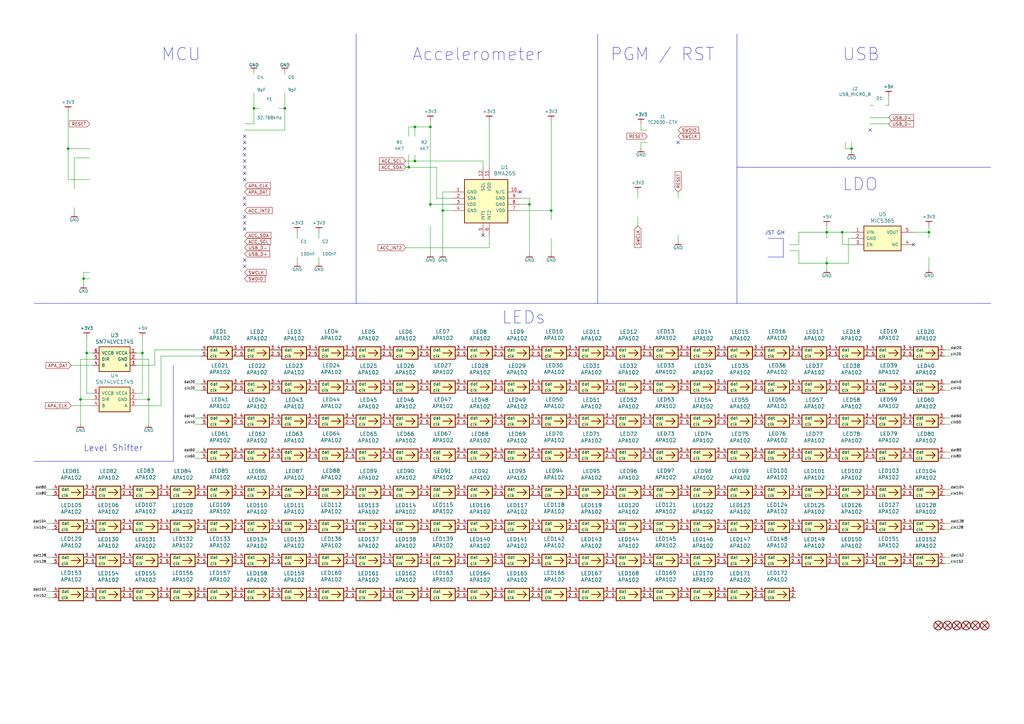
<source format=kicad_sch>
(kicad_sch (version 20230121) (generator eeschema)
  (paper "A3")
  (title_block (title "ledGlasses") (date "2017-11-26") (rev "r1_00") (company "GsD") (comment 3 "RGB LED glasses") (comment 4 "Arduino Compatible"))
  (junction (at 170.18 52.07))
  (junction (at 60.96 163.83))
  (junction (at 176.53 83.82))
  (junction (at 381 95.25))
  (junction (at 104.14 44.45))
  (junction (at 339.09 107.95))
  (junction (at 34.29 114.3))
  (junction (at 339.09 95.25))
  (junction (at 345.44 95.25))
  (junction (at 176.53 52.07))
  (junction (at 58.42 144.78))
  (junction (at 33.02 163.83))
  (junction (at 181.61 86.36))
  (junction (at 35.56 144.78))
  (junction (at 170.18 66.04))
  (junction (at 27.94 60.96))
  (junction (at 349.25 60.96))
  (junction (at 217.17 83.82))
  (junction (at 167.64 68.58))
  (junction (at 226.06 86.36))
  (junction (at 116.84 44.45))
  (no_connect (at 100.33 66.04))
  (no_connect (at 198.12 96.52))
  (no_connect (at 100.33 106.68))
  (no_connect (at 213.36 78.74))
  (no_connect (at 100.33 63.5))
  (no_connect (at 100.33 73.66))
  (no_connect (at 100.33 91.44))
  (no_connect (at 100.33 58.42))
  (no_connect (at 356.87 53.34))
  (no_connect (at 100.33 83.82))
  (no_connect (at 374.65 100.33))
  (no_connect (at 100.33 60.96))
  (no_connect (at 100.33 88.9))
  (no_connect (at 100.33 68.58))
  (no_connect (at 100.33 109.22))
  (no_connect (at 100.33 55.88))
  (no_connect (at 278.13 58.42))
  (no_connect (at 100.33 81.28))
  (no_connect (at 100.33 71.12))
  (no_connect (at 100.33 93.98))
  (wire (pts (xy 27.94 73.66) (xy 36.83 73.66)))
  (wire (pts (xy 21.59 214.63) (xy 19.05 214.63)))
  (wire (pts (xy 185.42 78.74) (xy 181.61 78.74)))
  (wire (pts (xy 38.1 144.78) (xy 35.56 144.78)))
  (wire (pts (xy 82.55 146.05) (xy 66.04 146.05)))
  (wire (pts (xy 346.71 60.96) (xy 349.25 60.96)))
  (wire (pts (xy 179.07 68.58) (xy 179.07 81.28)))
  (wire (pts (xy 36.83 64.77) (xy 30.48 64.77)))
  (wire (pts (xy 387.35 187.96) (xy 389.89 187.96)))
  (wire (pts (xy 63.5 149.86) (xy 63.5 143.51)))
  (wire (pts (xy 114.3 44.45) (xy 116.84 44.45)))
  (wire (pts (xy 35.56 161.29) (xy 38.1 161.29)))
  (wire (pts (xy 339.09 95.25) (xy 339.09 97.79)))
  (wire (pts (xy 261.62 88.9) (xy 261.62 92.71)))
  (wire (pts (xy 349.25 100.33) (xy 345.44 100.33)))
  (wire (pts (xy 55.88 149.86) (xy 63.5 149.86)))
  (wire (pts (xy 226.06 86.36) (xy 226.06 90.17)))
  (wire (pts (xy 261.62 81.28) (xy 261.62 78.74)))
  (wire (pts (xy 167.64 52.07) (xy 170.18 52.07)))
  (polyline (pts (xy 13.97 189.23) (xy 71.12 189.23)))
  (wire (pts (xy 217.17 83.82) (xy 213.36 83.82)))
  (wire (pts (xy 226.06 104.14) (xy 226.06 97.79)))
  (wire (pts (xy 167.64 63.5) (xy 167.64 68.58)))
  (wire (pts (xy 104.14 38.1) (xy 104.14 44.45)))
  (wire (pts (xy 36.83 60.96) (xy 27.94 60.96)))
  (wire (pts (xy 347.98 107.95) (xy 339.09 107.95)))
  (wire (pts (xy 60.96 163.83) (xy 60.96 173.99)))
  (wire (pts (xy 116.84 30.48) (xy 116.84 29.21)))
  (wire (pts (xy 82.55 173.99) (xy 80.01 173.99)))
  (wire (pts (xy 116.84 53.34) (xy 100.33 53.34)))
  (wire (pts (xy 66.04 146.05) (xy 66.04 166.37)))
  (wire (pts (xy 262.89 58.42) (xy 265.43 58.42)))
  (wire (pts (xy 30.48 87.63) (xy 30.48 85.09)))
  (wire (pts (xy 130.81 95.25) (xy 130.81 97.79)))
  (wire (pts (xy 363.22 43.18) (xy 364.49 43.18)))
  (wire (pts (xy 327.66 95.25) (xy 339.09 95.25)))
  (wire (pts (xy 345.44 95.25) (xy 349.25 95.25)))
  (polyline (pts (xy 71.12 189.23) (xy 71.12 149.86)))
  (wire (pts (xy 166.37 66.04) (xy 170.18 66.04)))
  (wire (pts (xy 387.35 214.63) (xy 389.89 214.63)))
  (wire (pts (xy 387.35 217.17) (xy 389.89 217.17)))
  (wire (pts (xy 213.36 86.36) (xy 226.06 86.36)))
  (wire (pts (xy 381 105.41) (xy 381 110.49)))
  (wire (pts (xy 176.53 49.53) (xy 176.53 52.07)))
  (wire (pts (xy 323.85 102.87) (xy 327.66 102.87)))
  (wire (pts (xy 58.42 161.29) (xy 55.88 161.29)))
  (wire (pts (xy 387.35 231.14) (xy 389.89 231.14)))
  (polyline (pts (xy 302.26 124.46) (xy 302.26 13.97)))
  (wire (pts (xy 339.09 95.25) (xy 345.44 95.25)))
  (wire (pts (xy 167.64 68.58) (xy 179.07 68.58)))
  (wire (pts (xy 387.35 171.45) (xy 389.89 171.45)))
  (wire (pts (xy 170.18 66.04) (xy 198.12 66.04)))
  (wire (pts (xy 35.56 138.43) (xy 35.56 144.78)))
  (wire (pts (xy 226.06 49.53) (xy 226.06 86.36)))
  (wire (pts (xy 387.35 146.05) (xy 389.89 146.05)))
  (wire (pts (xy 345.44 100.33) (xy 345.44 95.25)))
  (wire (pts (xy 356.87 43.18) (xy 358.14 43.18)))
  (wire (pts (xy 387.35 157.48) (xy 389.89 157.48)))
  (wire (pts (xy 36.83 111.76) (xy 34.29 111.76)))
  (wire (pts (xy 21.59 200.66) (xy 19.05 200.66)))
  (wire (pts (xy 21.59 231.14) (xy 19.05 231.14)))
  (wire (pts (xy 262.89 60.96) (xy 262.89 58.42)))
  (wire (pts (xy 21.59 228.6) (xy 19.05 228.6)))
  (wire (pts (xy 387.35 185.42) (xy 389.89 185.42)))
  (wire (pts (xy 349.25 97.79) (xy 347.98 97.79)))
  (wire (pts (xy 82.55 187.96) (xy 80.01 187.96)))
  (wire (pts (xy 176.53 83.82) (xy 176.53 85.09)))
  (wire (pts (xy 387.35 228.6) (xy 389.89 228.6)))
  (wire (pts (xy 34.29 111.76) (xy 34.29 114.3)))
  (wire (pts (xy 36.83 114.3) (xy 34.29 114.3)))
  (wire (pts (xy 387.35 173.99) (xy 389.89 173.99)))
  (wire (pts (xy 58.42 144.78) (xy 58.42 161.29)))
  (wire (pts (xy 21.59 203.2) (xy 19.05 203.2)))
  (wire (pts (xy 33.02 147.32) (xy 38.1 147.32)))
  (wire (pts (xy 170.18 52.07) (xy 176.53 52.07)))
  (wire (pts (xy 217.17 83.82) (xy 217.17 104.14)))
  (polyline (pts (xy 321.31 97.79) (xy 321.31 105.41)))
  (wire (pts (xy 327.66 102.87) (xy 327.66 107.95)))
  (wire (pts (xy 339.09 92.71) (xy 339.09 95.25)))
  (polyline (pts (xy 314.96 97.79) (xy 321.31 97.79)))
  (wire (pts (xy 170.18 55.88) (xy 170.18 52.07)))
  (wire (pts (xy 262.89 53.34) (xy 262.89 50.8)))
  (wire (pts (xy 176.53 83.82) (xy 185.42 83.82)))
  (wire (pts (xy 27.94 60.96) (xy 27.94 73.66)))
  (wire (pts (xy 38.1 149.86) (xy 29.21 149.86)))
  (wire (pts (xy 55.88 147.32) (xy 60.96 147.32)))
  (wire (pts (xy 166.37 101.6) (xy 200.66 101.6)))
  (wire (pts (xy 82.55 185.42) (xy 80.01 185.42)))
  (polyline (pts (xy 302.26 68.58) (xy 406.4 68.58)))
  (wire (pts (xy 381 95.25) (xy 381 97.79)))
  (wire (pts (xy 63.5 143.51) (xy 82.55 143.51)))
  (wire (pts (xy 387.35 143.51) (xy 389.89 143.51)))
  (polyline (pts (xy 245.11 124.46) (xy 245.11 13.97)))
  (wire (pts (xy 387.35 203.2) (xy 389.89 203.2)))
  (wire (pts (xy 27.94 45.72) (xy 27.94 60.96)))
  (wire (pts (xy 200.66 101.6) (xy 200.66 96.52)))
  (wire (pts (xy 170.18 63.5) (xy 170.18 66.04)))
  (wire (pts (xy 116.84 38.1) (xy 116.84 44.45)))
  (wire (pts (xy 21.59 217.17) (xy 19.05 217.17)))
  (wire (pts (xy 130.81 107.95) (xy 130.81 105.41)))
  (wire (pts (xy 35.56 144.78) (xy 35.56 161.29)))
  (wire (pts (xy 200.66 68.58) (xy 200.66 49.53)))
  (wire (pts (xy 82.55 171.45) (xy 80.01 171.45)))
  (wire (pts (xy 55.88 163.83) (xy 60.96 163.83)))
  (wire (pts (xy 33.02 163.83) (xy 33.02 173.99)))
  (wire (pts (xy 116.84 44.45) (xy 116.84 53.34)))
  (polyline (pts (xy 321.31 105.41) (xy 314.96 105.41)))
  (wire (pts (xy 278.13 81.28) (xy 278.13 78.74)))
  (wire (pts (xy 217.17 81.28) (xy 217.17 83.82)))
  (wire (pts (xy 181.61 86.36) (xy 185.42 86.36)))
  (wire (pts (xy 58.42 138.43) (xy 58.42 144.78)))
  (wire (pts (xy 58.42 144.78) (xy 55.88 144.78)))
  (wire (pts (xy 176.53 52.07) (xy 176.53 83.82)))
  (wire (pts (xy 181.61 86.36) (xy 181.61 104.14)))
  (wire (pts (xy 349.25 60.96) (xy 349.25 62.23)))
  (wire (pts (xy 349.25 58.42) (xy 349.25 60.96)))
  (wire (pts (xy 33.02 147.32) (xy 33.02 163.83)))
  (wire (pts (xy 387.35 200.66) (xy 389.89 200.66)))
  (wire (pts (xy 387.35 160.02) (xy 389.89 160.02)))
  (polyline (pts (xy 146.05 124.46) (xy 146.05 13.97)))
  (wire (pts (xy 166.37 68.58) (xy 167.64 68.58)))
  (wire (pts (xy 104.14 50.8) (xy 100.33 50.8)))
  (wire (pts (xy 265.43 53.34) (xy 262.89 53.34)))
  (wire (pts (xy 104.14 44.45) (xy 104.14 50.8)))
  (wire (pts (xy 381 92.71) (xy 381 95.25)))
  (wire (pts (xy 176.53 104.14) (xy 176.53 92.71)))
  (wire (pts (xy 181.61 78.74) (xy 181.61 86.36)))
  (wire (pts (xy 106.68 44.45) (xy 104.14 44.45)))
  (wire (pts (xy 346.71 58.42) (xy 346.71 60.96)))
  (wire (pts (xy 347.98 97.79) (xy 347.98 107.95)))
  (wire (pts (xy 121.92 107.95) (xy 121.92 105.41)))
  (wire (pts (xy 278.13 96.52) (xy 278.13 99.06)))
  (wire (pts (xy 213.36 81.28) (xy 217.17 81.28)))
  (wire (pts (xy 34.29 114.3) (xy 34.29 116.84)))
  (wire (pts (xy 82.55 160.02) (xy 80.01 160.02)))
  (wire (pts (xy 339.09 105.41) (xy 339.09 107.95)))
  (wire (pts (xy 30.48 64.77) (xy 30.48 77.47)))
  (wire (pts (xy 364.49 50.8) (xy 356.87 50.8)))
  (wire (pts (xy 364.49 48.26) (xy 356.87 48.26)))
  (wire (pts (xy 38.1 163.83) (xy 33.02 163.83)))
  (wire (pts (xy 339.09 107.95) (xy 327.66 107.95)))
  (wire (pts (xy 167.64 55.88) (xy 167.64 52.07)))
  (wire (pts (xy 29.21 166.37) (xy 38.1 166.37)))
  (wire (pts (xy 82.55 157.48) (xy 80.01 157.48)))
  (wire (pts (xy 121.92 95.25) (xy 121.92 97.79)))
  (wire (pts (xy 21.59 242.57) (xy 19.05 242.57)))
  (polyline (pts (xy 13.97 124.46) (xy 406.4 124.46)))
  (wire (pts (xy 364.49 43.18) (xy 364.49 39.37)))
  (wire (pts (xy 66.04 166.37) (xy 55.88 166.37)))
  (wire (pts (xy 179.07 81.28) (xy 185.42 81.28)))
  (wire (pts (xy 327.66 100.33) (xy 327.66 95.25)))
  (wire (pts (xy 104.14 30.48) (xy 104.14 29.21)))
  (wire (pts (xy 339.09 107.95) (xy 339.09 110.49)))
  (wire (pts (xy 198.12 66.04) (xy 198.12 68.58)))
  (wire (pts (xy 21.59 245.11) (xy 19.05 245.11)))
  (wire (pts (xy 60.96 147.32) (xy 60.96 163.83)))
  (wire (pts (xy 323.85 100.33) (xy 327.66 100.33)))
  (wire (pts (xy 374.65 95.25) (xy 381 95.25)))
  (text "LDO" (at 345.44 78.74 0) (effects (font (size 5.08 5.08)) (justify left bottom)))
  (text "Level Shifter" (at 34.29 185.42 0) (effects (font (size 2.54 2.54)) (justify left bottom)))
  (text "MCU" (at 66.04 25.4 0) (effects (font (size 5.08 5.08)) (justify left bottom)))
  (text "PGM / RST" (at 250.19 25.4 0) (effects (font (size 5.08 5.08)) (justify left bottom)))
  (text "USB" (at 345.44 25.4 0) (effects (font (size 5.08 5.08)) (justify left bottom)))
  (text "Accelerometer" (at 168.91 25.4 0) (effects (font (size 5.08 5.08)) (justify left bottom)))
  (text "LEDs" (at 205.74 133.35 0) (effects (font (size 5.08 5.08)) (justify left bottom)))
  (text "JST GH" (at 313.69 96.52 0) (effects (font (size 1.524 1.524)) (justify left bottom)))
  (label "clk152" (at 19.05 245.11 180) (effects (font (size 1.016 1.016))))
  (label "clk152" (at 389.89 231.14 0) (effects (font (size 1.016 1.016))))
  (label "dat60" (at 389.89 171.45 0) (effects (font (size 1.016 1.016))))
  (label "dat20" (at 80.01 157.48 180) (effects (font (size 1.016 1.016))))
  (label "clk40" (at 389.89 160.02 0) (effects (font (size 1.016 1.016))))
  (label "dat60" (at 80.01 185.42 180) (effects (font (size 1.016 1.016))))
  (label "clk80" (at 389.89 187.96 0) (effects (font (size 1.016 1.016))))
  (label "dat20" (at 389.89 143.51 0) (effects (font (size 1.016 1.016))))
  (label "dat128" (at 19.05 228.6 180) (effects (font (size 1.016 1.016))))
  (label "clk80" (at 19.05 203.2 180) (effects (font (size 1.016 1.016))))
  (label "dat80" (at 389.89 185.42 0) (effects (font (size 1.016 1.016))))
  (label "clk60" (at 80.01 187.96 180) (effects (font (size 1.016 1.016))))
  (label "clk20" (at 389.89 146.05 0) (effects (font (size 1.016 1.016))))
  (label "dat152" (at 389.89 228.6 0) (effects (font (size 1.016 1.016))))
  (label "dat40" (at 389.89 157.48 0) (effects (font (size 1.016 1.016))))
  (label "clk104" (at 19.05 217.17 180) (effects (font (size 1.016 1.016))))
  (label "dat128" (at 389.89 214.63 0) (effects (font (size 1.016 1.016))))
  (label "clk128" (at 19.05 231.14 180) (effects (font (size 1.016 1.016))))
  (label "clk20" (at 80.01 160.02 180) (effects (font (size 1.016 1.016))))
  (label "dat152" (at 19.05 242.57 180) (effects (font (size 1.016 1.016))))
  (label "dat104" (at 19.05 214.63 180) (effects (font (size 1.016 1.016))))
  (label "clk40" (at 80.01 173.99 180) (effects (font (size 1.016 1.016))))
  (label "dat40" (at 80.01 171.45 180) (effects (font (size 1.016 1.016))))
  (label "clk60" (at 389.89 173.99 0) (effects (font (size 1.016 1.016))))
  (label "clk128" (at 389.89 217.17 0) (effects (font (size 1.016 1.016))))
  (label "dat104" (at 389.89 200.66 0) (effects (font (size 1.016 1.016))))
  (label "clk104" (at 389.89 203.2 0) (effects (font (size 1.016 1.016))))
  (label "dat80" (at 19.05 200.66 180) (effects (font (size 1.016 1.016))))
  (global_label "USB_D+" (shape input) (at 364.49 48.26 0) (effects (font (size 1.2954 1.2954))) (property "Intersheetrefs" "${INTERSHEET_REFS}" (effects hide)))
  (global_label "ACC_SCL" (shape input) (at 100.33 99.06 0) (effects (font (size 1.2954 1.2954))) (property "Intersheetrefs" "${INTERSHEET_REFS}" (effects hide)))
  (global_label "APA_CLK" (shape input) (at 29.21 166.37 180) (effects (font (size 1.2954 1.2954))) (property "Intersheetrefs" "${INTERSHEET_REFS}" (effects hide)))
  (global_label "ACC_SCL" (shape input) (at 166.37 66.04 180) (effects (font (size 1.2954 1.2954))) (property "Intersheetrefs" "${INTERSHEET_REFS}" (effects hide)))
  (global_label "SWCLK" (shape input) (at 278.13 55.88 0) (effects (font (size 1.2954 1.2954))) (property "Intersheetrefs" "${INTERSHEET_REFS}" (effects hide)))
  (global_label "ACC_SDA" (shape input) (at 166.37 68.58 180) (effects (font (size 1.2954 1.2954))) (property "Intersheetrefs" "${INTERSHEET_REFS}" (effects hide)))
  (global_label "SWCLK" (shape input) (at 261.62 92.71 270) (effects (font (size 1.2954 1.2954))) (property "Intersheetrefs" "${INTERSHEET_REFS}" (effects hide)))
  (global_label "USB_D+" (shape input) (at 100.33 104.14 0) (effects (font (size 1.2954 1.2954))) (property "Intersheetrefs" "${INTERSHEET_REFS}" (effects hide)))
  (global_label "ACC_INT2" (shape input) (at 166.37 101.6 180) (effects (font (size 1.2954 1.2954))) (property "Intersheetrefs" "${INTERSHEET_REFS}" (effects hide)))
  (global_label "APA_DAT" (shape input) (at 29.21 149.86 180) (effects (font (size 1.2954 1.2954))) (property "Intersheetrefs" "${INTERSHEET_REFS}" (effects hide)))
  (global_label "ACC_INT2" (shape input) (at 100.33 86.36 0) (effects (font (size 1.2954 1.2954))) (property "Intersheetrefs" "${INTERSHEET_REFS}" (effects hide)))
  (global_label "APA_CLK" (shape input) (at 100.33 76.2 0) (effects (font (size 1.2954 1.2954))) (property "Intersheetrefs" "${INTERSHEET_REFS}" (effects hide)))
  (global_label "APA_DAT" (shape input) (at 100.33 78.74 0) (effects (font (size 1.2954 1.2954))) (property "Intersheetrefs" "${INTERSHEET_REFS}" (effects hide)))
  (global_label "SWDIO" (shape input) (at 278.13 53.34 0) (effects (font (size 1.2954 1.2954))) (property "Intersheetrefs" "${INTERSHEET_REFS}" (effects hide)))
  (global_label "RESET" (shape input) (at 265.43 55.88 180) (effects (font (size 1.2954 1.2954))) (property "Intersheetrefs" "${INTERSHEET_REFS}" (effects hide)))
  (global_label "ACC_SDA" (shape input) (at 100.33 96.52 0) (effects (font (size 1.2954 1.2954))) (property "Intersheetrefs" "${INTERSHEET_REFS}" (effects hide)))
  (global_label "SWCLK" (shape input) (at 100.33 111.76 0) (effects (font (size 1.2954 1.2954))) (property "Intersheetrefs" "${INTERSHEET_REFS}" (effects hide)))
  (global_label "SWDIO" (shape input) (at 100.33 114.3 0) (effects (font (size 1.2954 1.2954))) (property "Intersheetrefs" "${INTERSHEET_REFS}" (effects hide)))
  (global_label "RESET" (shape input) (at 278.13 78.74 90) (effects (font (size 1.2954 1.2954))) (property "Intersheetrefs" "${INTERSHEET_REFS}" (effects hide)))
  (global_label "RESET" (shape input) (at 36.83 50.8 180) (effects (font (size 1.2954 1.2954))) (property "Intersheetrefs" "${INTERSHEET_REFS}" (effects hide)))
  (global_label "USB_D-" (shape input) (at 364.49 50.8 0) (effects (font (size 1.2954 1.2954))) (property "Intersheetrefs" "${INTERSHEET_REFS}" (effects hide)))
  (global_label "USB_D-" (shape input) (at 100.33 101.6 0) (effects (font (size 1.2954 1.2954))) (property "Intersheetrefs" "${INTERSHEET_REFS}" (effects hide)))
  (symbol (lib_id "ledGlasses:SN74LVC1T45") (at 46.99 147.32 0) (mirror y) (unit 1)
    (property "Reference" "U3" (at 46.99 137.4902 0) (effects (font (size 1.524 1.524))))
    (property "Value" "SN74LVC1T45" (at 46.99 140.1826 0) (effects (font (size 1.524 1.524))))
    (property "Footprint" "TO_SOT_Packages_SMD:SOT-363_SC-70-6" (effects hide))
    (property "Datasheet" "http://www.ti.com/lit/ds/symlink/sn74lvc1t45.pdf" (effects hide))
    (property "PN" "SN74LVC1T45DCKRG4" (effects hide))
    (property "SN-DK" "296-35969-1-ND" (effects hide))
  )
  (symbol (lib_id "R") (at 261.62 85.09 0) (unit 1)
    (property "Reference" "R4" (at 259.8674 83.9216 0) (effects (justify right)))
    (property "Value" "1K" (at 259.8674 86.233 0) (effects (justify right)))
    (property "Footprint" "Resistors_SMD:R_0603" (effects hide))
    (property "PN" "ERJ-3EKF1001V" (effects hide))
    (property "SN-DK" "P1.00KHCT-ND" (effects hide))
  )
  (symbol (lib_id "ledGlasses:+3V3") (at 261.62 78.74 0) (unit 1)
    (property "Reference" "#PWR010" (effects hide))
    (property "Value" "+3V3" (at 261.62 74.93 0))
  )
  (symbol (lib_id "C") (at 130.81 101.6 0) (unit 1)
    (property "Reference" "C2" (at 132.08 99.06 0) (effects (justify left)))
    (property "Value" "100nF" (at 132.08 104.14 0) (effects (justify left)))
    (property "Footprint" "Capacitors_SMD:C_0603" (effects hide))
    (property "PN" "CL10B104KB8NNNC" (effects hide))
    (property "SN-DK" "1276-1000-1-ND" (effects hide))
  )
  (symbol (lib_id "ledGlasses:GND") (at 130.81 107.95 0) (unit 1)
    (property "Reference" "#PWR012" (effects hide))
    (property "Value" "GND" (at 130.81 110.49 0))
  )
  (symbol (lib_id "C") (at 121.92 101.6 0) (unit 1)
    (property "Reference" "C1" (at 123.19 99.06 0) (effects (justify left)))
    (property "Value" "100nF" (at 123.19 104.14 0) (effects (justify left)))
    (property "Footprint" "Capacitors_SMD:C_0603" (effects hide))
    (property "PN" "CL10B104KB8NNNC" (effects hide))
    (property "SN-DK" "1276-1000-1-ND" (effects hide))
  )
  (symbol (lib_id "ledGlasses:GND") (at 121.92 107.95 0) (unit 1)
    (property "Reference" "#PWR011" (effects hide))
    (property "Value" "GND" (at 121.92 110.49 0))
  )
  (symbol (lib_id "R") (at 167.64 59.69 0) (mirror x) (unit 1)
    (property "Reference" "R1" (at 163.83 58.42 0))
    (property "Value" "4K7" (at 163.83 60.96 0))
    (property "Footprint" "Resistors_SMD:R_0603" (effects hide))
    (property "PN" "ERJ-3EKF4701V" (effects hide))
    (property "SN-DK" "P4.70KHCT-ND" (effects hide))
  )
  (symbol (lib_id "R") (at 170.18 59.69 0) (mirror x) (unit 1)
    (property "Reference" "R2" (at 173.99 58.42 0))
    (property "Value" "4K7" (at 173.99 60.96 0))
    (property "Footprint" "Resistors_SMD:R_0603" (effects hide))
    (property "PN" "ERJ-3EKF4701V" (effects hide))
    (property "SN-DK" "P4.70KHCT-ND" (effects hide))
  )
  (symbol (lib_id "ledGlasses:+3V3") (at 262.89 50.8 0) (unit 1)
    (property "Reference" "#PWR09" (effects hide))
    (property "Value" "+3V3" (at 262.89 46.99 0))
  )
  (symbol (lib_id "ledGlasses:GND") (at 262.89 60.96 0) (unit 1)
    (property "Reference" "#PWR015" (effects hide))
    (property "Value" "GND" (at 262.89 63.5 0))
  )
  (symbol (lib_id "ledGlasses:BMA255") (at 199.39 82.55 0) (unit 1)
    (property "Reference" "U1" (at 207.01 68.58 0) (effects (font (size 1.524 1.524))))
    (property "Value" "BMA255" (at 207.01 71.12 0) (effects (font (size 1.524 1.524))))
    (property "Footprint" "ledGlasses:BMA255" (effects hide))
    (property "PN" "BMA255" (effects hide))
    (property "Mfg" "Bosch Sensortec" (effects hide))
    (property "SN-DK" "828-1031-1-ND" (effects hide))
  )
  (symbol (lib_id "ledGlasses:+3V3") (at 176.53 49.53 0) (unit 1)
    (property "Reference" "#PWR01" (effects hide))
    (property "Value" "+3V3" (at 176.53 45.72 0))
  )
  (symbol (lib_id "C") (at 176.53 88.9 180) (unit 1)
    (property "Reference" "C7" (at 172.72 90.17 0) (effects (justify left)))
    (property "Value" "100nF" (at 172.72 87.63 0) (effects (justify left)))
    (property "Footprint" "Capacitors_SMD:C_0603" (effects hide))
    (property "PN" "CL10B104KB8NNNC" (effects hide))
    (property "SN-DK" "1276-1000-1-ND" (effects hide))
  )
  (symbol (lib_id "C") (at 226.06 93.98 180) (unit 1)
    (property "Reference" "C8" (at 231.14 93.98 0) (effects (justify left)))
    (property "Value" "100nF" (at 234.95 96.52 0) (effects (justify left)))
    (property "Footprint" "Capacitors_SMD:C_0603" (effects hide))
    (property "PN" "CL10B104KB8NNNC" (effects hide))
    (property "SN-DK" "1276-1000-1-ND" (effects hide))
  )
  (symbol (lib_id "ledGlasses:GND") (at 217.17 104.14 0) (unit 1)
    (property "Reference" "#PWR019" (effects hide))
    (property "Value" "GND" (at 217.17 106.68 0))
  )
  (symbol (lib_id "ledGlasses:GND") (at 181.61 104.14 0) (unit 1)
    (property "Reference" "#PWR018" (effects hide))
    (property "Value" "GND" (at 181.61 106.68 0))
  )
  (symbol (lib_id "ledGlasses:+3V3") (at 226.06 49.53 0) (unit 1)
    (property "Reference" "#PWR03" (effects hide))
    (property "Value" "+3V3" (at 226.06 45.72 0))
  )
  (symbol (lib_id "ledGlasses:GND") (at 176.53 104.14 0) (unit 1)
    (property "Reference" "#PWR017" (effects hide))
    (property "Value" "GND" (at 176.53 106.68 0))
  )
  (symbol (lib_id "ledGlasses:GND") (at 226.06 104.14 0) (unit 1)
    (property "Reference" "#PWR020" (effects hide))
    (property "Value" "GND" (at 226.06 106.68 0))
  )
  (symbol (lib_id "ledGlasses:+3V3") (at 200.66 49.53 0) (unit 1)
    (property "Reference" "#PWR02" (effects hide))
    (property "Value" "+3V3" (at 200.66 45.72 0))
  )
  (symbol (lib_id "ledGlasses:APA102") (at 90.17 146.05 0) (unit 1)
    (property "Reference" "LED1" (at 90.17 135.9662 0) (effects (font (size 1.524 1.524))))
    (property "Value" "APA102" (at 90.17 138.6586 0) (effects (font (size 1.524 1.524))))
    (property "Footprint" "ledGlasses:APA102_2020" (effects hide))
  )
  (symbol (lib_id "SAMD20E17A-MU") (at 68.58 82.55 0) (unit 1)
    (property "Reference" "U2" (at 68.58 44.0182 0))
    (property "Value" "SAMD20E17A-MU" (at 68.58 46.3296 0))
    (property "Footprint" "Housings_DFN_QFN:QFN-32-1EP_5x5mm_Pitch0.5mm" (effects hide))
    (property "PN" "ATSAMD21E18A-MU" (effects hide))
    (property "SN-DK" "ATSAMD21E18A-MU-ND" (effects hide))
  )
  (symbol (lib_id "ledGlasses:APA102") (at 105.41 146.05 0) (unit 1)
    (property "Reference" "LED2" (at 105.41 136.0932 0) (effects (font (size 1.524 1.524))))
    (property "Value" "APA102" (at 105.41 138.7856 0) (effects (font (size 1.524 1.524))))
    (property "Footprint" "ledGlasses:APA102_2020" (effects hide))
  )
  (symbol (lib_id "ledGlasses:APA102") (at 120.65 146.05 0) (unit 1)
    (property "Reference" "LED3" (at 120.65 136.0932 0) (effects (font (size 1.524 1.524))))
    (property "Value" "APA102" (at 120.65 138.7856 0) (effects (font (size 1.524 1.524))))
    (property "Footprint" "ledGlasses:APA102_2020" (effects hide))
  )
  (symbol (lib_id "USB_OTG") (at 349.25 48.26 0) (unit 1)
    (property "Reference" "J2" (at 350.647 36.3982 0))
    (property "Value" "USB_MICRO_B" (at 350.647 38.7096 0))
    (property "Footprint" "Connect:USB_Micro-B" (effects hide))
    (property "PN" "1050170001" (effects hide))
    (property "SN-DK" "WM1399CT-ND" (effects hide))
  )
  (symbol (lib_id "ledGlasses:GND") (at 349.25 62.23 0) (mirror y) (unit 1)
    (property "Reference" "#PWR07" (effects hide))
    (property "Value" "GND" (at 349.25 64.77 0))
  )
  (symbol (lib_id "ledGlasses:GND") (at 34.29 116.84 0) (unit 1)
    (property "Reference" "#PWR021" (effects hide))
    (property "Value" "GND" (at 34.29 119.38 0))
  )
  (symbol (lib_id "ledGlasses:+3V3") (at 27.94 45.72 0) (unit 1)
    (property "Reference" "#PWR014" (effects hide))
    (property "Value" "+3V3" (at 27.94 41.91 0))
  )
  (symbol (lib_id "C") (at 30.48 81.28 0) (unit 1)
    (property "Reference" "C3" (at 31.75 78.74 0) (effects (justify left)))
    (property "Value" "1uF" (at 31.75 83.82 0) (effects (justify left)))
    (property "Footprint" "Capacitors_SMD:C_0603" (effects hide))
    (property "PN" "CL10A105KB8NNNC" (effects hide))
    (property "SN-DK" "1276-1860-1-ND" (effects hide))
  )
  (symbol (lib_id "ledGlasses:GND") (at 30.48 87.63 0) (unit 1)
    (property "Reference" "#PWR013" (effects hide))
    (property "Value" "GND" (at 30.48 90.17 0))
  )
  (symbol (lib_id "ledGlasses:+3V3") (at 121.92 95.25 0) (unit 1)
    (property "Reference" "#PWR04" (effects hide))
    (property "Value" "+3V3" (at 121.92 91.44 0))
  )
  (symbol (lib_id "ledGlasses:+3V3") (at 130.81 95.25 0) (unit 1)
    (property "Reference" "#PWR05" (effects hide))
    (property "Value" "+3V3" (at 130.81 91.44 0))
  )
  (symbol (lib_id "ledGlasses:SN74LVC1T45") (at 46.99 163.83 0) (mirror y) (unit 1)
    (property "Reference" "U4" (at 46.99 154.0002 0) (effects (font (size 1.524 1.524))))
    (property "Value" "SN74LVC1T45" (at 46.99 156.6926 0) (effects (font (size 1.524 1.524))))
    (property "Footprint" "TO_SOT_Packages_SMD:SOT-363_SC-70-6" (effects hide))
    (property "Datasheet" "http://www.ti.com/lit/ds/symlink/sn74lvc1t45.pdf" (effects hide))
    (property "PN" "SN74LVC1T45DCKRG4" (effects hide))
    (property "SN-DK" "296-35969-1-ND" (effects hide))
  )
  (symbol (lib_id "ledGlasses:+3V3") (at 35.56 138.43 0) (unit 1)
    (property "Reference" "#PWR023" (effects hide))
    (property "Value" "+3V3" (at 35.56 134.62 0))
  )
  (symbol (lib_id "ledGlasses:+5V") (at 58.42 138.43 0) (unit 1)
    (property "Reference" "#PWR022" (effects hide))
    (property "Value" "+5V" (at 58.4962 134.5946 0))
  )
  (symbol (lib_id "ledGlasses:GND") (at 60.96 173.99 0) (unit 1)
    (property "Reference" "#PWR024" (effects hide))
    (property "Value" "GND" (at 60.96 176.53 0))
  )
  (symbol (lib_id "ledGlasses:APA102") (at 135.89 146.05 0) (unit 1)
    (property "Reference" "LED4" (at 135.89 135.9662 0) (effects (font (size 1.524 1.524))))
    (property "Value" "APA102" (at 135.89 138.6586 0) (effects (font (size 1.524 1.524))))
    (property "Footprint" "ledGlasses:APA102_2020" (effects hide))
  )
  (symbol (lib_id "ledGlasses:APA102") (at 151.13 146.05 0) (unit 1)
    (property "Reference" "LED5" (at 151.13 136.0932 0) (effects (font (size 1.524 1.524))))
    (property "Value" "APA102" (at 151.13 138.7856 0) (effects (font (size 1.524 1.524))))
    (property "Footprint" "ledGlasses:APA102_2020" (effects hide))
  )
  (symbol (lib_id "ledGlasses:APA102") (at 166.37 146.05 0) (unit 1)
    (property "Reference" "LED6" (at 166.37 136.0932 0) (effects (font (size 1.524 1.524))))
    (property "Value" "APA102" (at 166.37 138.7856 0) (effects (font (size 1.524 1.524))))
    (property "Footprint" "ledGlasses:APA102_2020" (effects hide))
  )
  (symbol (lib_id "ledGlasses:APA102") (at 181.61 146.05 0) (unit 1)
    (property "Reference" "LED7" (at 181.61 135.9662 0) (effects (font (size 1.524 1.524))))
    (property "Value" "APA102" (at 181.61 138.6586 0) (effects (font (size 1.524 1.524))))
    (property "Footprint" "ledGlasses:APA102_2020" (effects hide))
  )
  (symbol (lib_id "ledGlasses:APA102") (at 196.85 146.05 0) (unit 1)
    (property "Reference" "LED8" (at 196.85 136.0932 0) (effects (font (size 1.524 1.524))))
    (property "Value" "APA102" (at 196.85 138.7856 0) (effects (font (size 1.524 1.524))))
    (property "Footprint" "ledGlasses:APA102_2020" (effects hide))
  )
  (symbol (lib_id "ledGlasses:APA102") (at 212.09 146.05 0) (unit 1)
    (property "Reference" "LED9" (at 212.09 136.0932 0) (effects (font (size 1.524 1.524))))
    (property "Value" "APA102" (at 212.09 138.7856 0) (effects (font (size 1.524 1.524))))
    (property "Footprint" "ledGlasses:APA102_2020" (effects hide))
  )
  (symbol (lib_id "ledGlasses:APA102") (at 227.33 146.05 0) (unit 1)
    (property "Reference" "LED10" (at 227.33 135.9662 0) (effects (font (size 1.524 1.524))))
    (property "Value" "APA102" (at 227.33 138.6586 0) (effects (font (size 1.524 1.524))))
    (property "Footprint" "ledGlasses:APA102_2020" (effects hide))
  )
  (symbol (lib_id "ledGlasses:APA102") (at 242.57 146.05 0) (unit 1)
    (property "Reference" "LED11" (at 242.57 136.0932 0) (effects (font (size 1.524 1.524))))
    (property "Value" "APA102" (at 242.57 138.7856 0) (effects (font (size 1.524 1.524))))
    (property "Footprint" "ledGlasses:APA102_2020" (effects hide))
  )
  (symbol (lib_id "ledGlasses:APA102") (at 257.81 146.05 0) (unit 1)
    (property "Reference" "LED12" (at 257.81 136.0932 0) (effects (font (size 1.524 1.524))))
    (property "Value" "APA102" (at 257.81 138.7856 0) (effects (font (size 1.524 1.524))))
    (property "Footprint" "ledGlasses:APA102_2020" (effects hide))
  )
  (symbol (lib_id "ledGlasses:APA102") (at 273.05 146.05 0) (unit 1)
    (property "Reference" "LED13" (at 273.05 135.9662 0) (effects (font (size 1.524 1.524))))
    (property "Value" "APA102" (at 273.05 138.6586 0) (effects (font (size 1.524 1.524))))
    (property "Footprint" "ledGlasses:APA102_2020" (effects hide))
  )
  (symbol (lib_id "ledGlasses:APA102") (at 288.29 146.05 0) (unit 1)
    (property "Reference" "LED14" (at 288.29 136.0932 0) (effects (font (size 1.524 1.524))))
    (property "Value" "APA102" (at 288.29 138.7856 0) (effects (font (size 1.524 1.524))))
    (property "Footprint" "ledGlasses:APA102_2020" (effects hide))
  )
  (symbol (lib_id "ledGlasses:APA102") (at 303.53 146.05 0) (unit 1)
    (property "Reference" "LED15" (at 303.53 136.0932 0) (effects (font (size 1.524 1.524))))
    (property "Value" "APA102" (at 303.53 138.7856 0) (effects (font (size 1.524 1.524))))
    (property "Footprint" "ledGlasses:APA102_2020" (effects hide))
  )
  (symbol (lib_id "ledGlasses:APA102") (at 318.77 146.05 0) (unit 1)
    (property "Reference" "LED16" (at 318.77 135.9662 0) (effects (font (size 1.524 1.524))))
    (property "Value" "APA102" (at 318.77 138.6586 0) (effects (font (size 1.524 1.524))))
    (property "Footprint" "ledGlasses:APA102_2020" (effects hide))
  )
  (symbol (lib_id "ledGlasses:APA102") (at 334.01 146.05 0) (unit 1)
    (property "Reference" "LED17" (at 334.01 136.0932 0) (effects (font (size 1.524 1.524))))
    (property "Value" "APA102" (at 334.01 138.7856 0) (effects (font (size 1.524 1.524))))
    (property "Footprint" "ledGlasses:APA102_2020" (effects hide))
  )
  (symbol (lib_id "ledGlasses:APA102") (at 349.25 146.05 0) (unit 1)
    (property "Reference" "LED18" (at 349.25 136.0932 0) (effects (font (size 1.524 1.524))))
    (property "Value" "APA102" (at 349.25 138.7856 0) (effects (font (size 1.524 1.524))))
    (property "Footprint" "ledGlasses:APA102_2020" (effects hide))
  )
  (symbol (lib_id "ledGlasses:APA102") (at 364.49 146.05 0) (unit 1)
    (property "Reference" "LED19" (at 364.49 135.9662 0) (effects (font (size 1.524 1.524))))
    (property "Value" "APA102" (at 364.49 138.6586 0) (effects (font (size 1.524 1.524))))
    (property "Footprint" "ledGlasses:APA102_2020" (effects hide))
  )
  (symbol (lib_id "ledGlasses:APA102") (at 379.73 146.05 0) (unit 1)
    (property "Reference" "LED20" (at 379.73 136.0932 0) (effects (font (size 1.524 1.524))))
    (property "Value" "APA102" (at 379.73 138.7856 0) (effects (font (size 1.524 1.524))))
    (property "Footprint" "ledGlasses:APA102_2020" (effects hide))
  )
  (symbol (lib_id "ledGlasses:APA102") (at 90.17 160.02 0) (unit 1)
    (property "Reference" "LED21" (at 90.17 149.9362 0) (effects (font (size 1.524 1.524))))
    (property "Value" "APA102" (at 90.17 152.6286 0) (effects (font (size 1.524 1.524))))
    (property "Footprint" "ledGlasses:APA102_2020" (effects hide))
  )
  (symbol (lib_id "ledGlasses:APA102") (at 105.41 160.02 0) (unit 1)
    (property "Reference" "LED22" (at 105.41 150.0632 0) (effects (font (size 1.524 1.524))))
    (property "Value" "APA102" (at 105.41 152.7556 0) (effects (font (size 1.524 1.524))))
    (property "Footprint" "ledGlasses:APA102_2020" (effects hide))
  )
  (symbol (lib_id "ledGlasses:APA102") (at 120.65 160.02 0) (unit 1)
    (property "Reference" "LED23" (at 120.65 150.0632 0) (effects (font (size 1.524 1.524))))
    (property "Value" "APA102" (at 120.65 152.7556 0) (effects (font (size 1.524 1.524))))
    (property "Footprint" "ledGlasses:APA102_2020" (effects hide))
  )
  (symbol (lib_id "ledGlasses:APA102") (at 135.89 160.02 0) (unit 1)
    (property "Reference" "LED24" (at 135.89 149.9362 0) (effects (font (size 1.524 1.524))))
    (property "Value" "APA102" (at 135.89 152.6286 0) (effects (font (size 1.524 1.524))))
    (property "Footprint" "ledGlasses:APA102_2020" (effects hide))
  )
  (symbol (lib_id "ledGlasses:APA102") (at 151.13 160.02 0) (unit 1)
    (property "Reference" "LED25" (at 151.13 150.0632 0) (effects (font (size 1.524 1.524))))
    (property "Value" "APA102" (at 151.13 152.7556 0) (effects (font (size 1.524 1.524))))
    (property "Footprint" "ledGlasses:APA102_2020" (effects hide))
  )
  (symbol (lib_id "ledGlasses:APA102") (at 166.37 160.02 0) (unit 1)
    (property "Reference" "LED26" (at 166.37 150.0632 0) (effects (font (size 1.524 1.524))))
    (property "Value" "APA102" (at 166.37 152.7556 0) (effects (font (size 1.524 1.524))))
    (property "Footprint" "ledGlasses:APA102_2020" (effects hide))
  )
  (symbol (lib_id "ledGlasses:APA102") (at 181.61 160.02 0) (unit 1)
    (property "Reference" "LED27" (at 181.61 149.9362 0) (effects (font (size 1.524 1.524))))
    (property "Value" "APA102" (at 181.61 152.6286 0) (effects (font (size 1.524 1.524))))
    (property "Footprint" "ledGlasses:APA102_2020" (effects hide))
  )
  (symbol (lib_id "ledGlasses:APA102") (at 196.85 160.02 0) (unit 1)
    (property "Reference" "LED28" (at 196.85 150.0632 0) (effects (font (size 1.524 1.524))))
    (property "Value" "APA102" (at 196.85 152.7556 0) (effects (font (size 1.524 1.524))))
    (property "Footprint" "ledGlasses:APA102_2020" (effects hide))
  )
  (symbol (lib_id "ledGlasses:APA102") (at 212.09 160.02 0) (unit 1)
    (property "Reference" "LED29" (at 212.09 150.0632 0) (effects (font (size 1.524 1.524))))
    (property "Value" "APA102" (at 212.09 152.7556 0) (effects (font (size 1.524 1.524))))
    (property "Footprint" "ledGlasses:APA102_2020" (effects hide))
  )
  (symbol (lib_id "ledGlasses:APA102") (at 227.33 160.02 0) (unit 1)
    (property "Reference" "LED30" (at 227.33 149.9362 0) (effects (font (size 1.524 1.524))))
    (property "Value" "APA102" (at 227.33 152.6286 0) (effects (font (size 1.524 1.524))))
    (property "Footprint" "ledGlasses:APA102_2020" (effects hide))
  )
  (symbol (lib_id "ledGlasses:APA102") (at 242.57 160.02 0) (unit 1)
    (property "Reference" "LED31" (at 242.57 150.0632 0) (effects (font (size 1.524 1.524))))
    (property "Value" "APA102" (at 242.57 152.7556 0) (effects (font (size 1.524 1.524))))
    (property "Footprint" "ledGlasses:APA102_2020" (effects hide))
  )
  (symbol (lib_id "ledGlasses:APA102") (at 257.81 160.02 0) (unit 1)
    (property "Reference" "LED32" (at 257.81 150.0632 0) (effects (font (size 1.524 1.524))))
    (property "Value" "APA102" (at 257.81 152.7556 0) (effects (font (size 1.524 1.524))))
    (property "Footprint" "ledGlasses:APA102_2020" (effects hide))
  )
  (symbol (lib_id "ledGlasses:APA102") (at 273.05 160.02 0) (unit 1)
    (property "Reference" "LED33" (at 273.05 149.9362 0) (effects (font (size 1.524 1.524))))
    (property "Value" "APA102" (at 273.05 152.6286 0) (effects (font (size 1.524 1.524))))
    (property "Footprint" "ledGlasses:APA102_2020" (effects hide))
  )
  (symbol (lib_id "ledGlasses:APA102") (at 288.29 160.02 0) (unit 1)
    (property "Reference" "LED34" (at 288.29 150.0632 0) (effects (font (size 1.524 1.524))))
    (property "Value" "APA102" (at 288.29 152.7556 0) (effects (font (size 1.524 1.524))))
    (property "Footprint" "ledGlasses:APA102_2020" (effects hide))
  )
  (symbol (lib_id "ledGlasses:APA102") (at 303.53 160.02 0) (unit 1)
    (property "Reference" "LED35" (at 303.53 150.0632 0) (effects (font (size 1.524 1.524))))
    (property "Value" "APA102" (at 303.53 152.7556 0) (effects (font (size 1.524 1.524))))
    (property "Footprint" "ledGlasses:APA102_2020" (effects hide))
  )
  (symbol (lib_id "ledGlasses:APA102") (at 318.77 160.02 0) (unit 1)
    (property "Reference" "LED36" (at 318.77 149.9362 0) (effects (font (size 1.524 1.524))))
    (property "Value" "APA102" (at 318.77 152.6286 0) (effects (font (size 1.524 1.524))))
    (property "Footprint" "ledGlasses:APA102_2020" (effects hide))
  )
  (symbol (lib_id "ledGlasses:APA102") (at 334.01 160.02 0) (unit 1)
    (property "Reference" "LED37" (at 334.01 150.0632 0) (effects (font (size 1.524 1.524))))
    (property "Value" "APA102" (at 334.01 152.7556 0) (effects (font (size 1.524 1.524))))
    (property "Footprint" "ledGlasses:APA102_2020" (effects hide))
  )
  (symbol (lib_id "ledGlasses:APA102") (at 349.25 160.02 0) (unit 1)
    (property "Reference" "LED38" (at 349.25 150.0632 0) (effects (font (size 1.524 1.524))))
    (property "Value" "APA102" (at 349.25 152.7556 0) (effects (font (size 1.524 1.524))))
    (property "Footprint" "ledGlasses:APA102_2020" (effects hide))
  )
  (symbol (lib_id "ledGlasses:APA102") (at 364.49 160.02 0) (unit 1)
    (property "Reference" "LED39" (at 364.49 149.9362 0) (effects (font (size 1.524 1.524))))
    (property "Value" "APA102" (at 364.49 152.6286 0) (effects (font (size 1.524 1.524))))
    (property "Footprint" "ledGlasses:APA102_2020" (effects hide))
  )
  (symbol (lib_id "ledGlasses:APA102") (at 379.73 160.02 0) (unit 1)
    (property "Reference" "LED40" (at 379.73 150.0632 0) (effects (font (size 1.524 1.524))))
    (property "Value" "APA102" (at 379.73 152.7556 0) (effects (font (size 1.524 1.524))))
    (property "Footprint" "ledGlasses:APA102_2020" (effects hide))
  )
  (symbol (lib_id "ledGlasses:APA102") (at 90.17 173.99 0) (unit 1)
    (property "Reference" "LED41" (at 90.17 163.9062 0) (effects (font (size 1.524 1.524))))
    (property "Value" "APA102" (at 90.17 166.5986 0) (effects (font (size 1.524 1.524))))
    (property "Footprint" "ledGlasses:APA102_2020" (effects hide))
  )
  (symbol (lib_id "ledGlasses:APA102") (at 105.41 173.99 0) (unit 1)
    (property "Reference" "LED42" (at 105.41 164.0332 0) (effects (font (size 1.524 1.524))))
    (property "Value" "APA102" (at 105.41 166.7256 0) (effects (font (size 1.524 1.524))))
    (property "Footprint" "ledGlasses:APA102_2020" (effects hide))
  )
  (symbol (lib_id "ledGlasses:APA102") (at 120.65 173.99 0) (unit 1)
    (property "Reference" "LED43" (at 120.65 164.0332 0) (effects (font (size 1.524 1.524))))
    (property "Value" "APA102" (at 120.65 166.7256 0) (effects (font (size 1.524 1.524))))
    (property "Footprint" "ledGlasses:APA102_2020" (effects hide))
  )
  (symbol (lib_id "ledGlasses:APA102") (at 135.89 173.99 0) (unit 1)
    (property "Reference" "LED44" (at 135.89 163.9062 0) (effects (font (size 1.524 1.524))))
    (property "Value" "APA102" (at 135.89 166.5986 0) (effects (font (size 1.524 1.524))))
    (property "Footprint" "ledGlasses:APA102_2020" (effects hide))
  )
  (symbol (lib_id "ledGlasses:APA102") (at 151.13 173.99 0) (unit 1)
    (property "Reference" "LED45" (at 151.13 164.0332 0) (effects (font (size 1.524 1.524))))
    (property "Value" "APA102" (at 151.13 166.7256 0) (effects (font (size 1.524 1.524))))
    (property "Footprint" "ledGlasses:APA102_2020" (effects hide))
  )
  (symbol (lib_id "ledGlasses:APA102") (at 166.37 173.99 0) (unit 1)
    (property "Reference" "LED46" (at 166.37 164.0332 0) (effects (font (size 1.524 1.524))))
    (property "Value" "APA102" (at 166.37 166.7256 0) (effects (font (size 1.524 1.524))))
    (property "Footprint" "ledGlasses:APA102_2020" (effects hide))
  )
  (symbol (lib_id "ledGlasses:APA102") (at 181.61 173.99 0) (unit 1)
    (property "Reference" "LED47" (at 181.61 163.9062 0) (effects (font (size 1.524 1.524))))
    (property "Value" "APA102" (at 181.61 166.5986 0) (effects (font (size 1.524 1.524))))
    (property "Footprint" "ledGlasses:APA102_2020" (effects hide))
  )
  (symbol (lib_id "ledGlasses:APA102") (at 196.85 173.99 0) (unit 1)
    (property "Reference" "LED48" (at 196.85 164.0332 0) (effects (font (size 1.524 1.524))))
    (property "Value" "APA102" (at 196.85 166.7256 0) (effects (font (size 1.524 1.524))))
    (property "Footprint" "ledGlasses:APA102_2020" (effects hide))
  )
  (symbol (lib_id "ledGlasses:APA102") (at 212.09 173.99 0) (unit 1)
    (property "Reference" "LED49" (at 212.09 164.0332 0) (effects (font (size 1.524 1.524))))
    (property "Value" "APA102" (at 212.09 166.7256 0) (effects (font (size 1.524 1.524))))
    (property "Footprint" "ledGlasses:APA102_2020" (effects hide))
  )
  (symbol (lib_id "ledGlasses:APA102") (at 227.33 173.99 0) (unit 1)
    (property "Reference" "LED50" (at 227.33 163.9062 0) (effects (font (size 1.524 1.524))))
    (property "Value" "APA102" (at 227.33 166.5986 0) (effects (font (size 1.524 1.524))))
    (property "Footprint" "ledGlasses:APA102_2020" (effects hide))
  )
  (symbol (lib_id "ledGlasses:APA102") (at 242.57 173.99 0) (unit 1)
    (property "Reference" "LED51" (at 242.57 164.0332 0) (effects (font (size 1.524 1.524))))
    (property "Value" "APA102" (at 242.57 166.7256 0) (effects (font (size 1.524 1.524))))
    (property "Footprint" "ledGlasses:APA102_2020" (effects hide))
  )
  (symbol (lib_id "ledGlasses:APA102") (at 257.81 173.99 0) (unit 1)
    (property "Reference" "LED52" (at 257.81 164.0332 0) (effects (font (size 1.524 1.524))))
    (property "Value" "APA102" (at 257.81 166.7256 0) (effects (font (size 1.524 1.524))))
    (property "Footprint" "ledGlasses:APA102_2020" (effects hide))
  )
  (symbol (lib_id "ledGlasses:APA102") (at 273.05 173.99 0) (unit 1)
    (property "Reference" "LED53" (at 273.05 163.9062 0) (effects (font (size 1.524 1.524))))
    (property "Value" "APA102" (at 273.05 166.5986 0) (effects (font (size 1.524 1.524))))
    (property "Footprint" "ledGlasses:APA102_2020" (effects hide))
  )
  (symbol (lib_id "ledGlasses:APA102") (at 288.29 173.99 0) (unit 1)
    (property "Reference" "LED54" (at 288.29 164.0332 0) (effects (font (size 1.524 1.524))))
    (property "Value" "APA102" (at 288.29 166.7256 0) (effects (font (size 1.524 1.524))))
    (property "Footprint" "ledGlasses:APA102_2020" (effects hide))
  )
  (symbol (lib_id "ledGlasses:APA102") (at 303.53 173.99 0) (unit 1)
    (property "Reference" "LED55" (at 303.53 164.0332 0) (effects (font (size 1.524 1.524))))
    (property "Value" "APA102" (at 303.53 166.7256 0) (effects (font (size 1.524 1.524))))
    (property "Footprint" "ledGlasses:APA102_2020" (effects hide))
  )
  (symbol (lib_id "ledGlasses:APA102") (at 318.77 173.99 0) (unit 1)
    (property "Reference" "LED56" (at 318.77 163.9062 0) (effects (font (size 1.524 1.524))))
    (property "Value" "APA102" (at 318.77 166.5986 0) (effects (font (size 1.524 1.524))))
    (property "Footprint" "ledGlasses:APA102_2020" (effects hide))
  )
  (symbol (lib_id "ledGlasses:APA102") (at 334.01 173.99 0) (unit 1)
    (property "Reference" "LED57" (at 334.01 164.0332 0) (effects (font (size 1.524 1.524))))
    (property "Value" "APA102" (at 334.01 166.7256 0) (effects (font (size 1.524 1.524))))
    (property "Footprint" "ledGlasses:APA102_2020" (effects hide))
  )
  (symbol (lib_id "ledGlasses:APA102") (at 349.25 173.99 0) (unit 1)
    (property "Reference" "LED58" (at 349.25 164.0332 0) (effects (font (size 1.524 1.524))))
    (property "Value" "APA102" (at 349.25 166.7256 0) (effects (font (size 1.524 1.524))))
    (property "Footprint" "ledGlasses:APA102_2020" (effects hide))
  )
  (symbol (lib_id "ledGlasses:APA102") (at 364.49 173.99 0) (unit 1)
    (property "Reference" "LED59" (at 364.49 163.9062 0) (effects (font (size 1.524 1.524))))
    (property "Value" "APA102" (at 364.49 166.5986 0) (effects (font (size 1.524 1.524))))
    (property "Footprint" "ledGlasses:APA102_2020" (effects hide))
  )
  (symbol (lib_id "ledGlasses:APA102") (at 379.73 173.99 0) (unit 1)
    (property "Reference" "LED60" (at 379.73 164.0332 0) (effects (font (size 1.524 1.524))))
    (property "Value" "APA102" (at 379.73 166.7256 0) (effects (font (size 1.524 1.524))))
    (property "Footprint" "ledGlasses:APA102_2020" (effects hide))
  )
  (symbol (lib_id "ledGlasses:APA102") (at 90.17 187.96 0) (unit 1)
    (property "Reference" "LED61" (at 90.17 177.8762 0) (effects (font (size 1.524 1.524))))
    (property "Value" "APA102" (at 90.17 180.5686 0) (effects (font (size 1.524 1.524))))
    (property "Footprint" "ledGlasses:APA102_2020" (effects hide))
  )
  (symbol (lib_id "ledGlasses:APA102") (at 105.41 187.96 0) (unit 1)
    (property "Reference" "LED62" (at 105.41 178.0032 0) (effects (font (size 1.524 1.524))))
    (property "Value" "APA102" (at 105.41 180.6956 0) (effects (font (size 1.524 1.524))))
    (property "Footprint" "ledGlasses:APA102_2020" (effects hide))
  )
  (symbol (lib_id "ledGlasses:APA102") (at 120.65 187.96 0) (unit 1)
    (property "Reference" "LED63" (at 120.65 178.0032 0) (effects (font (size 1.524 1.524))))
    (property "Value" "APA102" (at 120.65 180.6956 0) (effects (font (size 1.524 1.524))))
    (property "Footprint" "ledGlasses:APA102_2020" (effects hide))
  )
  (symbol (lib_id "ledGlasses:APA102") (at 135.89 187.96 0) (unit 1)
    (property "Reference" "LED64" (at 135.89 177.8762 0) (effects (font (size 1.524 1.524))))
    (property "Value" "APA102" (at 135.89 180.5686 0) (effects (font (size 1.524 1.524))))
    (property "Footprint" "ledGlasses:APA102_2020" (effects hide))
  )
  (symbol (lib_id "ledGlasses:APA102") (at 151.13 187.96 0) (unit 1)
    (property "Reference" "LED65" (at 151.13 178.0032 0) (effects (font (size 1.524 1.524))))
    (property "Value" "APA102" (at 151.13 180.6956 0) (effects (font (size 1.524 1.524))))
    (property "Footprint" "ledGlasses:APA102_2020" (effects hide))
  )
  (symbol (lib_id "ledGlasses:APA102") (at 166.37 187.96 0) (unit 1)
    (property "Reference" "LED66" (at 166.37 178.0032 0) (effects (font (size 1.524 1.524))))
    (property "Value" "APA102" (at 166.37 180.6956 0) (effects (font (size 1.524 1.524))))
    (property "Footprint" "ledGlasses:APA102_2020" (effects hide))
  )
  (symbol (lib_id "ledGlasses:APA102") (at 181.61 187.96 0) (unit 1)
    (property "Reference" "LED67" (at 181.61 177.8762 0) (effects (font (size 1.524 1.524))))
    (property "Value" "APA102" (at 181.61 180.5686 0) (effects (font (size 1.524 1.524))))
    (property "Footprint" "ledGlasses:APA102_2020" (effects hide))
  )
  (symbol (lib_id "ledGlasses:APA102") (at 196.85 187.96 0) (unit 1)
    (property "Reference" "LED68" (at 196.85 178.0032 0) (effects (font (size 1.524 1.524))))
    (property "Value" "APA102" (at 196.85 180.6956 0) (effects (font (size 1.524 1.524))))
    (property "Footprint" "ledGlasses:APA102_2020" (effects hide))
  )
  (symbol (lib_id "ledGlasses:APA102") (at 212.09 187.96 0) (unit 1)
    (property "Reference" "LED69" (at 212.09 178.0032 0) (effects (font (size 1.524 1.524))))
    (property "Value" "APA102" (at 212.09 180.6956 0) (effects (font (size 1.524 1.524))))
    (property "Footprint" "ledGlasses:APA102_2020" (effects hide))
  )
  (symbol (lib_id "ledGlasses:APA102") (at 227.33 187.96 0) (unit 1)
    (property "Reference" "LED70" (at 227.33 177.8762 0) (effects (font (size 1.524 1.524))))
    (property "Value" "APA102" (at 227.33 180.5686 0) (effects (font (size 1.524 1.524))))
    (property "Footprint" "ledGlasses:APA102_2020" (effects hide))
  )
  (symbol (lib_id "ledGlasses:APA102") (at 242.57 187.96 0) (unit 1)
    (property "Reference" "LED71" (at 242.57 178.0032 0) (effects (font (size 1.524 1.524))))
    (property "Value" "APA102" (at 242.57 180.6956 0) (effects (font (size 1.524 1.524))))
    (property "Footprint" "ledGlasses:APA102_2020" (effects hide))
  )
  (symbol (lib_id "ledGlasses:APA102") (at 257.81 187.96 0) (unit 1)
    (property "Reference" "LED72" (at 257.81 178.0032 0) (effects (font (size 1.524 1.524))))
    (property "Value" "APA102" (at 257.81 180.6956 0) (effects (font (size 1.524 1.524))))
    (property "Footprint" "ledGlasses:APA102_2020" (effects hide))
  )
  (symbol (lib_id "ledGlasses:APA102") (at 273.05 187.96 0) (unit 1)
    (property "Reference" "LED73" (at 273.05 177.8762 0) (effects (font (size 1.524 1.524))))
    (property "Value" "APA102" (at 273.05 180.5686 0) (effects (font (size 1.524 1.524))))
    (property "Footprint" "ledGlasses:APA102_2020" (effects hide))
  )
  (symbol (lib_id "ledGlasses:APA102") (at 288.29 187.96 0) (unit 1)
    (property "Reference" "LED74" (at 288.29 178.0032 0) (effects (font (size 1.524 1.524))))
    (property "Value" "APA102" (at 288.29 180.6956 0) (effects (font (size 1.524 1.524))))
    (property "Footprint" "ledGlasses:APA102_2020" (effects hide))
  )
  (symbol (lib_id "ledGlasses:APA102") (at 303.53 187.96 0) (unit 1)
    (property "Reference" "LED75" (at 303.53 178.0032 0) (effects (font (size 1.524 1.524))))
    (property "Value" "APA102" (at 303.53 180.6956 0) (effects (font (size 1.524 1.524))))
    (property "Footprint" "ledGlasses:APA102_2020" (effects hide))
  )
  (symbol (lib_id "ledGlasses:APA102") (at 318.77 187.96 0) (unit 1)
    (property "Reference" "LED76" (at 318.77 177.8762 0) (effects (font (size 1.524 1.524))))
    (property "Value" "APA102" (at 318.77 180.5686 0) (effects (font (size 1.524 1.524))))
    (property "Footprint" "ledGlasses:APA102_2020" (effects hide))
  )
  (symbol (lib_id "ledGlasses:APA102") (at 334.01 187.96 0) (unit 1)
    (property "Reference" "LED77" (at 334.01 178.0032 0) (effects (font (size 1.524 1.524))))
    (property "Value" "APA102" (at 334.01 180.6956 0) (effects (font (size 1.524 1.524))))
    (property "Footprint" "ledGlasses:APA102_2020" (effects hide))
  )
  (symbol (lib_id "ledGlasses:APA102") (at 349.25 187.96 0) (unit 1)
    (property "Reference" "LED78" (at 349.25 178.0032 0) (effects (font (size 1.524 1.524))))
    (property "Value" "APA102" (at 349.25 180.6956 0) (effects (font (size 1.524 1.524))))
    (property "Footprint" "ledGlasses:APA102_2020" (effects hide))
  )
  (symbol (lib_id "ledGlasses:APA102") (at 364.49 187.96 0) (unit 1)
    (property "Reference" "LED79" (at 364.49 177.8762 0) (effects (font (size 1.524 1.524))))
    (property "Value" "APA102" (at 364.49 180.5686 0) (effects (font (size 1.524 1.524))))
    (property "Footprint" "ledGlasses:APA102_2020" (effects hide))
  )
  (symbol (lib_id "ledGlasses:APA102") (at 379.73 187.96 0) (unit 1)
    (property "Reference" "LED80" (at 379.73 178.0032 0) (effects (font (size 1.524 1.524))))
    (property "Value" "APA102" (at 379.73 180.6956 0) (effects (font (size 1.524 1.524))))
    (property "Footprint" "ledGlasses:APA102_2020" (effects hide))
  )
  (symbol (lib_id "ledGlasses:APA102") (at 90.17 203.2 0) (unit 1)
    (property "Reference" "LED85" (at 90.17 193.1162 0) (effects (font (size 1.524 1.524))))
    (property "Value" "APA102" (at 90.17 195.8086 0) (effects (font (size 1.524 1.524))))
    (property "Footprint" "ledGlasses:APA102_2020" (effects hide))
  )
  (symbol (lib_id "ledGlasses:APA102") (at 105.41 203.2 0) (unit 1)
    (property "Reference" "LED86" (at 105.41 193.2432 0) (effects (font (size 1.524 1.524))))
    (property "Value" "APA102" (at 105.41 195.9356 0) (effects (font (size 1.524 1.524))))
    (property "Footprint" "ledGlasses:APA102_2020" (effects hide))
  )
  (symbol (lib_id "ledGlasses:APA102") (at 120.65 203.2 0) (unit 1)
    (property "Reference" "LED87" (at 120.65 193.2432 0) (effects (font (size 1.524 1.524))))
    (property "Value" "APA102" (at 120.65 195.9356 0) (effects (font (size 1.524 1.524))))
    (property "Footprint" "ledGlasses:APA102_2020" (effects hide))
  )
  (symbol (lib_id "ledGlasses:APA102") (at 135.89 203.2 0) (unit 1)
    (property "Reference" "LED88" (at 135.89 193.1162 0) (effects (font (size 1.524 1.524))))
    (property "Value" "APA102" (at 135.89 195.8086 0) (effects (font (size 1.524 1.524))))
    (property "Footprint" "ledGlasses:APA102_2020" (effects hide))
  )
  (symbol (lib_id "ledGlasses:APA102") (at 151.13 203.2 0) (unit 1)
    (property "Reference" "LED89" (at 151.13 193.2432 0) (effects (font (size 1.524 1.524))))
    (property "Value" "APA102" (at 151.13 195.9356 0) (effects (font (size 1.524 1.524))))
    (property "Footprint" "ledGlasses:APA102_2020" (effects hide))
  )
  (symbol (lib_id "ledGlasses:APA102") (at 166.37 203.2 0) (unit 1)
    (property "Reference" "LED90" (at 166.37 193.2432 0) (effects (font (size 1.524 1.524))))
    (property "Value" "APA102" (at 166.37 195.9356 0) (effects (font (size 1.524 1.524))))
    (property "Footprint" "ledGlasses:APA102_2020" (effects hide))
  )
  (symbol (lib_id "ledGlasses:APA102") (at 181.61 203.2 0) (unit 1)
    (property "Reference" "LED91" (at 181.61 193.1162 0) (effects (font (size 1.524 1.524))))
    (property "Value" "APA102" (at 181.61 195.8086 0) (effects (font (size 1.524 1.524))))
    (property "Footprint" "ledGlasses:APA102_2020" (effects hide))
  )
  (symbol (lib_id "ledGlasses:APA102") (at 196.85 203.2 0) (unit 1)
    (property "Reference" "LED92" (at 196.85 193.2432 0) (effects (font (size 1.524 1.524))))
    (property "Value" "APA102" (at 196.85 195.9356 0) (effects (font (size 1.524 1.524))))
    (property "Footprint" "ledGlasses:APA102_2020" (effects hide))
  )
  (symbol (lib_id "ledGlasses:APA102") (at 212.09 203.2 0) (unit 1)
    (property "Reference" "LED93" (at 212.09 193.2432 0) (effects (font (size 1.524 1.524))))
    (property "Value" "APA102" (at 212.09 195.9356 0) (effects (font (size 1.524 1.524))))
    (property "Footprint" "ledGlasses:APA102_2020" (effects hide))
  )
  (symbol (lib_id "ledGlasses:APA102") (at 227.33 203.2 0) (unit 1)
    (property "Reference" "LED94" (at 227.33 193.1162 0) (effects (font (size 1.524 1.524))))
    (property "Value" "APA102" (at 227.33 195.8086 0) (effects (font (size 1.524 1.524))))
    (property "Footprint" "ledGlasses:APA102_2020" (effects hide))
  )
  (symbol (lib_id "ledGlasses:APA102") (at 242.57 203.2 0) (unit 1)
    (property "Reference" "LED95" (at 242.57 193.2432 0) (effects (font (size 1.524 1.524))))
    (property "Value" "APA102" (at 242.57 195.9356 0) (effects (font (size 1.524 1.524))))
    (property "Footprint" "ledGlasses:APA102_2020" (effects hide))
  )
  (symbol (lib_id "ledGlasses:APA102") (at 257.81 203.2 0) (unit 1)
    (property "Reference" "LED96" (at 257.81 193.2432 0) (effects (font (size 1.524 1.524))))
    (property "Value" "APA102" (at 257.81 195.9356 0) (effects (font (size 1.524 1.524))))
    (property "Footprint" "ledGlasses:APA102_2020" (effects hide))
  )
  (symbol (lib_id "ledGlasses:APA102") (at 273.05 203.2 0) (unit 1)
    (property "Reference" "LED97" (at 273.05 193.1162 0) (effects (font (size 1.524 1.524))))
    (property "Value" "APA102" (at 273.05 195.8086 0) (effects (font (size 1.524 1.524))))
    (property "Footprint" "ledGlasses:APA102_2020" (effects hide))
  )
  (symbol (lib_id "ledGlasses:APA102") (at 288.29 203.2 0) (unit 1)
    (property "Reference" "LED98" (at 288.29 193.2432 0) (effects (font (size 1.524 1.524))))
    (property "Value" "APA102" (at 288.29 195.9356 0) (effects (font (size 1.524 1.524))))
    (property "Footprint" "ledGlasses:APA102_2020" (effects hide))
  )
  (symbol (lib_id "ledGlasses:APA102") (at 303.53 203.2 0) (unit 1)
    (property "Reference" "LED99" (at 303.53 193.2432 0) (effects (font (size 1.524 1.524))))
    (property "Value" "APA102" (at 303.53 195.9356 0) (effects (font (size 1.524 1.524))))
    (property "Footprint" "ledGlasses:APA102_2020" (effects hide))
  )
  (symbol (lib_id "ledGlasses:APA102") (at 318.77 203.2 0) (unit 1)
    (property "Reference" "LED100" (at 318.77 193.1162 0) (effects (font (size 1.524 1.524))))
    (property "Value" "APA102" (at 318.77 195.8086 0) (effects (font (size 1.524 1.524))))
    (property "Footprint" "ledGlasses:APA102_2020" (effects hide))
  )
  (symbol (lib_id "ledGlasses:APA102") (at 334.01 203.2 0) (unit 1)
    (property "Reference" "LED101" (at 334.01 193.2432 0) (effects (font (size 1.524 1.524))))
    (property "Value" "APA102" (at 334.01 195.9356 0) (effects (font (size 1.524 1.524))))
    (property "Footprint" "ledGlasses:APA102_2020" (effects hide))
  )
  (symbol (lib_id "ledGlasses:APA102") (at 349.25 203.2 0) (unit 1)
    (property "Reference" "LED102" (at 349.25 193.2432 0) (effects (font (size 1.524 1.524))))
    (property "Value" "APA102" (at 349.25 195.9356 0) (effects (font (size 1.524 1.524))))
    (property "Footprint" "ledGlasses:APA102_2020" (effects hide))
  )
  (symbol (lib_id "ledGlasses:APA102") (at 364.49 203.2 0) (unit 1)
    (property "Reference" "LED103" (at 364.49 193.1162 0) (effects (font (size 1.524 1.524))))
    (property "Value" "APA102" (at 364.49 195.8086 0) (effects (font (size 1.524 1.524))))
    (property "Footprint" "ledGlasses:APA102_2020" (effects hide))
  )
  (symbol (lib_id "ledGlasses:APA102") (at 379.73 203.2 0) (unit 1)
    (property "Reference" "LED104" (at 379.73 193.2432 0) (effects (font (size 1.524 1.524))))
    (property "Value" "APA102" (at 379.73 195.9356 0) (effects (font (size 1.524 1.524))))
    (property "Footprint" "ledGlasses:APA102_2020" (effects hide))
  )
  (symbol (lib_id "ledGlasses:APA102") (at 90.17 217.17 0) (unit 1)
    (property "Reference" "LED109" (at 90.17 207.0862 0) (effects (font (size 1.524 1.524))))
    (property "Value" "APA102" (at 90.17 209.7786 0) (effects (font (size 1.524 1.524))))
    (property "Footprint" "ledGlasses:APA102_2020" (effects hide))
  )
  (symbol (lib_id "ledGlasses:APA102") (at 105.41 217.17 0) (unit 1)
    (property "Reference" "LED110" (at 105.41 207.2132 0) (effects (font (size 1.524 1.524))))
    (property "Value" "APA102" (at 105.41 209.9056 0) (effects (font (size 1.524 1.524))))
    (property "Footprint" "ledGlasses:APA102_2020" (effects hide))
  )
  (symbol (lib_id "ledGlasses:APA102") (at 120.65 217.17 0) (unit 1)
    (property "Reference" "LED111" (at 120.65 207.2132 0) (effects (font (size 1.524 1.524))))
    (property "Value" "APA102" (at 120.65 209.9056 0) (effects (font (size 1.524 1.524))))
    (property "Footprint" "ledGlasses:APA102_2020" (effects hide))
  )
  (symbol (lib_id "ledGlasses:APA102") (at 135.89 217.17 0) (unit 1)
    (property "Reference" "LED112" (at 135.89 207.0862 0) (effects (font (size 1.524 1.524))))
    (property "Value" "APA102" (at 135.89 209.7786 0) (effects (font (size 1.524 1.524))))
    (property "Footprint" "ledGlasses:APA102_2020" (effects hide))
  )
  (symbol (lib_id "ledGlasses:APA102") (at 151.13 217.17 0) (unit 1)
    (property "Reference" "LED113" (at 151.13 207.2132 0) (effects (font (size 1.524 1.524))))
    (property "Value" "APA102" (at 151.13 209.9056 0) (effects (font (size 1.524 1.524))))
    (property "Footprint" "ledGlasses:APA102_2020" (effects hide))
  )
  (symbol (lib_id "ledGlasses:APA102") (at 166.37 217.17 0) (unit 1)
    (property "Reference" "LED114" (at 166.37 207.2132 0) (effects (font (size 1.524 1.524))))
    (property "Value" "APA102" (at 166.37 209.9056 0) (effects (font (size 1.524 1.524))))
    (property "Footprint" "ledGlasses:APA102_2020" (effects hide))
  )
  (symbol (lib_id "ledGlasses:APA102") (at 181.61 217.17 0) (unit 1)
    (property "Reference" "LED115" (at 181.61 207.0862 0) (effects (font (size 1.524 1.524))))
    (property "Value" "APA102" (at 181.61 209.7786 0) (effects (font (size 1.524 1.524))))
    (property "Footprint" "ledGlasses:APA102_2020" (effects hide))
  )
  (symbol (lib_id "ledGlasses:APA102") (at 196.85 217.17 0) (unit 1)
    (property "Reference" "LED116" (at 196.85 207.2132 0) (effects (font (size 1.524 1.524))))
    (property "Value" "APA102" (at 196.85 209.9056 0) (effects (font (size 1.524 1.524))))
    (property "Footprint" "ledGlasses:APA102_2020" (effects hide))
  )
  (symbol (lib_id "ledGlasses:APA102") (at 212.09 217.17 0) (unit 1)
    (property "Reference" "LED117" (at 212.09 207.2132 0) (effects (font (size 1.524 1.524))))
    (property "Value" "APA102" (at 212.09 209.9056 0) (effects (font (size 1.524 1.524))))
    (property "Footprint" "ledGlasses:APA102_2020" (effects hide))
  )
  (symbol (lib_id "ledGlasses:APA102") (at 227.33 217.17 0) (unit 1)
    (property "Reference" "LED118" (at 227.33 207.0862 0) (effects (font (size 1.524 1.524))))
    (property "Value" "APA102" (at 227.33 209.7786 0) (effects (font (size 1.524 1.524))))
    (property "Footprint" "ledGlasses:APA102_2020" (effects hide))
  )
  (symbol (lib_id "ledGlasses:APA102") (at 242.57 217.17 0) (unit 1)
    (property "Reference" "LED119" (at 242.57 207.2132 0) (effects (font (size 1.524 1.524))))
    (property "Value" "APA102" (at 242.57 209.9056 0) (effects (font (size 1.524 1.524))))
    (property "Footprint" "ledGlasses:APA102_2020" (effects hide))
  )
  (symbol (lib_id "ledGlasses:APA102") (at 257.81 217.17 0) (unit 1)
    (property "Reference" "LED120" (at 257.81 207.2132 0) (effects (font (size 1.524 1.524))))
    (property "Value" "APA102" (at 257.81 209.9056 0) (effects (font (size 1.524 1.524))))
    (property "Footprint" "ledGlasses:APA102_2020" (effects hide))
  )
  (symbol (lib_id "ledGlasses:APA102") (at 273.05 217.17 0) (unit 1)
    (property "Reference" "LED121" (at 273.05 207.0862 0) (effects (font (size 1.524 1.524))))
    (property "Value" "APA102" (at 273.05 209.7786 0) (effects (font (size 1.524 1.524))))
    (property "Footprint" "ledGlasses:APA102_2020" (effects hide))
  )
  (symbol (lib_id "ledGlasses:APA102") (at 288.29 217.17 0) (unit 1)
    (property "Reference" "LED122" (at 288.29 207.2132 0) (effects (font (size 1.524 1.524))))
    (property "Value" "APA102" (at 288.29 209.9056 0) (effects (font (size 1.524 1.524))))
    (property "Footprint" "ledGlasses:APA102_2020" (effects hide))
  )
  (symbol (lib_id "ledGlasses:APA102") (at 303.53 217.17 0) (unit 1)
    (property "Reference" "LED123" (at 303.53 207.2132 0) (effects (font (size 1.524 1.524))))
    (property "Value" "APA102" (at 303.53 209.9056 0) (effects (font (size 1.524 1.524))))
    (property "Footprint" "ledGlasses:APA102_2020" (effects hide))
  )
  (symbol (lib_id "ledGlasses:APA102") (at 318.77 217.17 0) (unit 1)
    (property "Reference" "LED124" (at 318.77 207.0862 0) (effects (font (size 1.524 1.524))))
    (property "Value" "APA102" (at 318.77 209.7786 0) (effects (font (size 1.524 1.524))))
    (property "Footprint" "ledGlasses:APA102_2020" (effects hide))
  )
  (symbol (lib_id "ledGlasses:APA102") (at 334.01 217.17 0) (unit 1)
    (property "Reference" "LED125" (at 334.01 207.2132 0) (effects (font (size 1.524 1.524))))
    (property "Value" "APA102" (at 334.01 209.9056 0) (effects (font (size 1.524 1.524))))
    (property "Footprint" "ledGlasses:APA102_2020" (effects hide))
  )
  (symbol (lib_id "ledGlasses:APA102") (at 349.25 217.17 0) (unit 1)
    (property "Reference" "LED126" (at 349.25 207.2132 0) (effects (font (size 1.524 1.524))))
    (property "Value" "APA102" (at 349.25 209.9056 0) (effects (font (size 1.524 1.524))))
    (property "Footprint" "ledGlasses:APA102_2020" (effects hide))
  )
  (symbol (lib_id "ledGlasses:APA102") (at 364.49 217.17 0) (unit 1)
    (property "Reference" "LED127" (at 364.49 207.0862 0) (effects (font (size 1.524 1.524))))
    (property "Value" "APA102" (at 364.49 209.7786 0) (effects (font (size 1.524 1.524))))
    (property "Footprint" "ledGlasses:APA102_2020" (effects hide))
  )
  (symbol (lib_id "ledGlasses:APA102") (at 379.73 217.17 0) (unit 1)
    (property "Reference" "LED128" (at 379.73 207.2132 0) (effects (font (size 1.524 1.524))))
    (property "Value" "APA102" (at 379.73 209.9056 0) (effects (font (size 1.524 1.524))))
    (property "Footprint" "ledGlasses:APA102_2020" (effects hide))
  )
  (symbol (lib_id "ledGlasses:APA102") (at 90.17 231.14 0) (unit 1)
    (property "Reference" "LED133" (at 90.17 221.0562 0) (effects (font (size 1.524 1.524))))
    (property "Value" "APA102" (at 90.17 223.7486 0) (effects (font (size 1.524 1.524))))
    (property "Footprint" "ledGlasses:APA102_2020" (effects hide))
  )
  (symbol (lib_id "ledGlasses:APA102") (at 105.41 231.14 0) (unit 1)
    (property "Reference" "LED134" (at 105.41 221.1832 0) (effects (font (size 1.524 1.524))))
    (property "Value" "APA102" (at 105.41 223.8756 0) (effects (font (size 1.524 1.524))))
    (property "Footprint" "ledGlasses:APA102_2020" (effects hide))
  )
  (symbol (lib_id "ledGlasses:APA102") (at 120.65 231.14 0) (unit 1)
    (property "Reference" "LED135" (at 120.65 221.1832 0) (effects (font (size 1.524 1.524))))
    (property "Value" "APA102" (at 120.65 223.8756 0) (effects (font (size 1.524 1.524))))
    (property "Footprint" "ledGlasses:APA102_2020" (effects hide))
  )
  (symbol (lib_id "ledGlasses:APA102") (at 135.89 231.14 0) (unit 1)
    (property "Reference" "LED136" (at 135.89 221.0562 0) (effects (font (size 1.524 1.524))))
    (property "Value" "APA102" (at 135.89 223.7486 0) (effects (font (size 1.524 1.524))))
    (property "Footprint" "ledGlasses:APA102_2020" (effects hide))
  )
  (symbol (lib_id "ledGlasses:APA102") (at 151.13 231.14 0) (unit 1)
    (property "Reference" "LED137" (at 151.13 221.1832 0) (effects (font (size 1.524 1.524))))
    (property "Value" "APA102" (at 151.13 223.8756 0) (effects (font (size 1.524 1.524))))
    (property "Footprint" "ledGlasses:APA102_2020" (effects hide))
  )
  (symbol (lib_id "ledGlasses:APA102") (at 166.37 231.14 0) (unit 1)
    (property "Reference" "LED138" (at 166.37 221.1832 0) (effects (font (size 1.524 1.524))))
    (property "Value" "APA102" (at 166.37 223.8756 0) (effects (font (size 1.524 1.524))))
    (property "Footprint" "ledGlasses:APA102_2020" (effects hide))
  )
  (symbol (lib_id "ledGlasses:APA102") (at 181.61 231.14 0) (unit 1)
    (property "Reference" "LED139" (at 181.61 221.0562 0) (effects (font (size 1.524 1.524))))
    (property "Value" "APA102" (at 181.61 223.7486 0) (effects (font (size 1.524 1.524))))
    (property "Footprint" "ledGlasses:APA102_2020" (effects hide))
  )
  (symbol (lib_id "ledGlasses:APA102") (at 196.85 231.14 0) (unit 1)
    (property "Reference" "LED140" (at 196.85 221.1832 0) (effects (font (size 1.524 1.524))))
    (property "Value" "APA102" (at 196.85 223.8756 0) (effects (font (size 1.524 1.524))))
    (property "Footprint" "ledGlasses:APA102_2020" (effects hide))
  )
  (symbol (lib_id "ledGlasses:APA102") (at 212.09 231.14 0) (unit 1)
    (property "Reference" "LED141" (at 212.09 221.1832 0) (effects (font (size 1.524 1.524))))
    (property "Value" "APA102" (at 212.09 223.8756 0) (effects (font (size 1.524 1.524))))
    (property "Footprint" "ledGlasses:APA102_2020" (effects hide))
  )
  (symbol (lib_id "ledGlasses:APA102") (at 227.33 231.14 0) (unit 1)
    (property "Reference" "LED142" (at 227.33 221.0562 0) (effects (font (size 1.524 1.524))))
    (property "Value" "APA102" (at 227.33 223.7486 0) (effects (font (size 1.524 1.524))))
    (property "Footprint" "ledGlasses:APA102_2020" (effects hide))
  )
  (symbol (lib_id "ledGlasses:APA102") (at 242.57 231.14 0) (unit 1)
    (property "Reference" "LED143" (at 242.57 221.1832 0) (effects (font (size 1.524 1.524))))
    (property "Value" "APA102" (at 242.57 223.8756 0) (effects (font (size 1.524 1.524))))
    (property "Footprint" "ledGlasses:APA102_2020" (effects hide))
  )
  (symbol (lib_id "ledGlasses:APA102") (at 257.81 231.14 0) (unit 1)
    (property "Reference" "LED144" (at 257.81 221.1832 0) (effects (font (size 1.524 1.524))))
    (property "Value" "APA102" (at 257.81 223.8756 0) (effects (font (size 1.524 1.524))))
    (property "Footprint" "ledGlasses:APA102_2020" (effects hide))
  )
  (symbol (lib_id "ledGlasses:APA102") (at 273.05 231.14 0) (unit 1)
    (property "Reference" "LED145" (at 273.05 221.0562 0) (effects (font (size 1.524 1.524))))
    (property "Value" "APA102" (at 273.05 223.7486 0) (effects (font (size 1.524 1.524))))
    (property "Footprint" "ledGlasses:APA102_2020" (effects hide))
  )
  (symbol (lib_id "ledGlasses:APA102") (at 288.29 231.14 0) (unit 1)
    (property "Reference" "LED146" (at 288.29 221.1832 0) (effects (font (size 1.524 1.524))))
    (property "Value" "APA102" (at 288.29 223.8756 0) (effects (font (size 1.524 1.524))))
    (property "Footprint" "ledGlasses:APA102_2020" (effects hide))
  )
  (symbol (lib_id "ledGlasses:APA102") (at 303.53 231.14 0) (unit 1)
    (property "Reference" "LED147" (at 303.53 221.1832 0) (effects (font (size 1.524 1.524))))
    (property "Value" "APA102" (at 303.53 223.8756 0) (effects (font (size 1.524 1.524))))
    (property "Footprint" "ledGlasses:APA102_2020" (effects hide))
  )
  (symbol (lib_id "ledGlasses:APA102") (at 318.77 231.14 0) (unit 1)
    (property "Reference" "LED148" (at 318.77 221.0562 0) (effects (font (size 1.524 1.524))))
    (property "Value" "APA102" (at 318.77 223.7486 0) (effects (font (size 1.524 1.524))))
    (property "Footprint" "ledGlasses:APA102_2020" (effects hide))
  )
  (symbol (lib_id "ledGlasses:APA102") (at 334.01 231.14 0) (unit 1)
    (property "Reference" "LED149" (at 334.01 221.1832 0) (effects (font (size 1.524 1.524))))
    (property "Value" "APA102" (at 334.01 223.8756 0) (effects (font (size 1.524 1.524))))
    (property "Footprint" "ledGlasses:APA102_2020" (effects hide))
  )
  (symbol (lib_id "ledGlasses:APA102") (at 349.25 231.14 0) (unit 1)
    (property "Reference" "LED150" (at 349.25 221.1832 0) (effects (font (size 1.524 1.524))))
    (property "Value" "APA102" (at 349.25 223.8756 0) (effects (font (size 1.524 1.524))))
    (property "Footprint" "ledGlasses:APA102_2020" (effects hide))
  )
  (symbol (lib_id "ledGlasses:APA102") (at 364.49 231.14 0) (unit 1)
    (property "Reference" "LED151" (at 364.49 221.0562 0) (effects (font (size 1.524 1.524))))
    (property "Value" "APA102" (at 364.49 223.7486 0) (effects (font (size 1.524 1.524))))
    (property "Footprint" "ledGlasses:APA102_2020" (effects hide))
  )
  (symbol (lib_id "ledGlasses:APA102") (at 379.73 231.14 0) (unit 1)
    (property "Reference" "LED152" (at 379.73 221.1832 0) (effects (font (size 1.524 1.524))))
    (property "Value" "APA102" (at 379.73 223.8756 0) (effects (font (size 1.524 1.524))))
    (property "Footprint" "ledGlasses:APA102_2020" (effects hide))
  )
  (symbol (lib_id "ledGlasses:APA102") (at 90.17 245.11 0) (unit 1)
    (property "Reference" "LED157" (at 90.17 235.0262 0) (effects (font (size 1.524 1.524))))
    (property "Value" "APA102" (at 90.17 237.7186 0) (effects (font (size 1.524 1.524))))
    (property "Footprint" "ledGlasses:APA102_2020" (effects hide))
  )
  (symbol (lib_id "ledGlasses:APA102") (at 105.41 245.11 0) (unit 1)
    (property "Reference" "LED158" (at 105.41 235.1532 0) (effects (font (size 1.524 1.524))))
    (property "Value" "APA102" (at 105.41 237.8456 0) (effects (font (size 1.524 1.524))))
    (property "Footprint" "ledGlasses:APA102_2020" (effects hide))
  )
  (symbol (lib_id "ledGlasses:APA102") (at 120.65 245.11 0) (unit 1)
    (property "Reference" "LED159" (at 120.65 235.1532 0) (effects (font (size 1.524 1.524))))
    (property "Value" "APA102" (at 120.65 237.8456 0) (effects (font (size 1.524 1.524))))
    (property "Footprint" "ledGlasses:APA102_2020" (effects hide))
  )
  (symbol (lib_id "ledGlasses:APA102") (at 135.89 245.11 0) (unit 1)
    (property "Reference" "LED160" (at 135.89 235.0262 0) (effects (font (size 1.524 1.524))))
    (property "Value" "APA102" (at 135.89 237.7186 0) (effects (font (size 1.524 1.524))))
    (property "Footprint" "ledGlasses:APA102_2020" (effects hide))
  )
  (symbol (lib_id "ledGlasses:APA102") (at 151.13 245.11 0) (unit 1)
    (property "Reference" "LED161" (at 151.13 235.1532 0) (effects (font (size 1.524 1.524))))
    (property "Value" "APA102" (at 151.13 237.8456 0) (effects (font (size 1.524 1.524))))
    (property "Footprint" "ledGlasses:APA102_2020" (effects hide))
  )
  (symbol (lib_id "ledGlasses:APA102") (at 166.37 245.11 0) (unit 1)
    (property "Reference" "LED162" (at 166.37 235.1532 0) (effects (font (size 1.524 1.524))))
    (property "Value" "APA102" (at 166.37 237.8456 0) (effects (font (size 1.524 1.524))))
    (property "Footprint" "ledGlasses:APA102_2020" (effects hide))
  )
  (symbol (lib_id "ledGlasses:APA102") (at 181.61 245.11 0) (unit 1)
    (property "Reference" "LED163" (at 181.61 235.0262 0) (effects (font (size 1.524 1.524))))
    (property "Value" "APA102" (at 181.61 237.7186 0) (effects (font (size 1.524 1.524))))
    (property "Footprint" "ledGlasses:APA102_2020" (effects hide))
  )
  (symbol (lib_id "ledGlasses:APA102") (at 196.85 245.11 0) (unit 1)
    (property "Reference" "LED164" (at 196.85 235.1532 0) (effects (font (size 1.524 1.524))))
    (property "Value" "APA102" (at 196.85 237.8456 0) (effects (font (size 1.524 1.524))))
    (property "Footprint" "ledGlasses:APA102_2020" (effects hide))
  )
  (symbol (lib_id "ledGlasses:APA102") (at 212.09 245.11 0) (unit 1)
    (property "Reference" "LED165" (at 212.09 235.1532 0) (effects (font (size 1.524 1.524))))
    (property "Value" "APA102" (at 212.09 237.8456 0) (effects (font (size 1.524 1.524))))
    (property "Footprint" "ledGlasses:APA102_2020" (effects hide))
  )
  (symbol (lib_id "ledGlasses:APA102") (at 227.33 245.11 0) (unit 1)
    (property "Reference" "LED166" (at 227.33 235.0262 0) (effects (font (size 1.524 1.524))))
    (property "Value" "APA102" (at 227.33 237.7186 0) (effects (font (size 1.524 1.524))))
    (property "Footprint" "ledGlasses:APA102_2020" (effects hide))
  )
  (symbol (lib_id "ledGlasses:APA102") (at 242.57 245.11 0) (unit 1)
    (property "Reference" "LED167" (at 242.57 235.1532 0) (effects (font (size 1.524 1.524))))
    (property "Value" "APA102" (at 242.57 237.8456 0) (effects (font (size 1.524 1.524))))
    (property "Footprint" "ledGlasses:APA102_2020" (effects hide))
  )
  (symbol (lib_id "ledGlasses:APA102") (at 257.81 245.11 0) (unit 1)
    (property "Reference" "LED168" (at 257.81 235.1532 0) (effects (font (size 1.524 1.524))))
    (property "Value" "APA102" (at 257.81 237.8456 0) (effects (font (size 1.524 1.524))))
    (property "Footprint" "ledGlasses:APA102_2020" (effects hide))
  )
  (symbol (lib_id "ledGlasses:APA102") (at 29.21 231.14 0) (unit 1)
    (property "Reference" "LED129" (at 29.21 221.0562 0) (effects (font (size 1.524 1.524))))
    (property "Value" "APA102" (at 29.21 223.7486 0) (effects (font (size 1.524 1.524))))
    (property "Footprint" "ledGlasses:APA102_2020" (effects hide))
  )
  (symbol (lib_id "ledGlasses:APA102") (at 44.45 231.14 0) (unit 1)
    (property "Reference" "LED130" (at 44.45 221.1832 0) (effects (font (size 1.524 1.524))))
    (property "Value" "APA102" (at 44.45 223.8756 0) (effects (font (size 1.524 1.524))))
    (property "Footprint" "ledGlasses:APA102_2020" (effects hide))
  )
  (symbol (lib_id "ledGlasses:APA102") (at 59.69 231.14 0) (unit 1)
    (property "Reference" "LED131" (at 59.69 221.1832 0) (effects (font (size 1.524 1.524))))
    (property "Value" "APA102" (at 59.69 223.8756 0) (effects (font (size 1.524 1.524))))
    (property "Footprint" "ledGlasses:APA102_2020" (effects hide))
  )
  (symbol (lib_id "ledGlasses:APA102") (at 74.93 231.14 0) (unit 1)
    (property "Reference" "LED132" (at 74.93 221.0562 0) (effects (font (size 1.524 1.524))))
    (property "Value" "APA102" (at 74.93 223.7486 0) (effects (font (size 1.524 1.524))))
    (property "Footprint" "ledGlasses:APA102_2020" (effects hide))
  )
  (symbol (lib_id "ledGlasses:APA102") (at 29.21 203.2 0) (unit 1)
    (property "Reference" "LED81" (at 29.21 193.2432 0) (effects (font (size 1.524 1.524))))
    (property "Value" "APA102" (at 29.21 195.9356 0) (effects (font (size 1.524 1.524))))
    (property "Footprint" "ledGlasses:APA102_2020" (effects hide))
  )
  (symbol (lib_id "ledGlasses:APA102") (at 44.45 203.2 0) (unit 1)
    (property "Reference" "LED82" (at 44.45 193.2432 0) (effects (font (size 1.524 1.524))))
    (property "Value" "APA102" (at 44.45 195.9356 0) (effects (font (size 1.524 1.524))))
    (property "Footprint" "ledGlasses:APA102_2020" (effects hide))
  )
  (symbol (lib_id "ledGlasses:APA102") (at 59.69 203.2 0) (unit 1)
    (property "Reference" "LED83" (at 59.69 193.1162 0) (effects (font (size 1.524 1.524))))
    (property "Value" "APA102" (at 59.69 195.8086 0) (effects (font (size 1.524 1.524))))
    (property "Footprint" "ledGlasses:APA102_2020" (effects hide))
  )
  (symbol (lib_id "ledGlasses:APA102") (at 74.93 203.2 0) (unit 1)
    (property "Reference" "LED84" (at 74.93 193.2432 0) (effects (font (size 1.524 1.524))))
    (property "Value" "APA102" (at 74.93 195.9356 0) (effects (font (size 1.524 1.524))))
    (property "Footprint" "ledGlasses:APA102_2020" (effects hide))
  )
  (symbol (lib_id "ledGlasses:APA102") (at 273.05 245.11 0) (unit 1)
    (property "Reference" "LED169" (at 273.05 235.0262 0) (effects (font (size 1.524 1.524))))
    (property "Value" "APA102" (at 273.05 237.7186 0) (effects (font (size 1.524 1.524))))
    (property "Footprint" "ledGlasses:APA102_2020" (effects hide))
  )
  (symbol (lib_id "ledGlasses:APA102") (at 288.29 245.11 0) (unit 1)
    (property "Reference" "LED170" (at 288.29 235.1532 0) (effects (font (size 1.524 1.524))))
    (property "Value" "APA102" (at 288.29 237.8456 0) (effects (font (size 1.524 1.524))))
    (property "Footprint" "ledGlasses:APA102_2020" (effects hide))
  )
  (symbol (lib_id "ledGlasses:APA102") (at 303.53 245.11 0) (unit 1)
    (property "Reference" "LED171" (at 303.53 235.1532 0) (effects (font (size 1.524 1.524))))
    (property "Value" "APA102" (at 303.53 237.8456 0) (effects (font (size 1.524 1.524))))
    (property "Footprint" "ledGlasses:APA102_2020" (effects hide))
  )
  (symbol (lib_id "ledGlasses:APA102") (at 318.77 245.11 0) (unit 1)
    (property "Reference" "LED172" (at 318.77 235.0262 0) (effects (font (size 1.524 1.524))))
    (property "Value" "APA102" (at 318.77 237.7186 0) (effects (font (size 1.524 1.524))))
    (property "Footprint" "ledGlasses:APA102_2020" (effects hide))
  )
  (symbol (lib_id "ledGlasses:APA102") (at 29.21 245.11 0) (unit 1)
    (property "Reference" "LED153" (at 29.21 235.0262 0) (effects (font (size 1.524 1.524))))
    (property "Value" "APA102" (at 29.21 237.7186 0) (effects (font (size 1.524 1.524))))
    (property "Footprint" "ledGlasses:APA102_2020" (effects hide))
  )
  (symbol (lib_id "ledGlasses:APA102") (at 44.45 245.11 0) (unit 1)
    (property "Reference" "LED154" (at 44.45 235.1532 0) (effects (font (size 1.524 1.524))))
    (property "Value" "APA102" (at 44.45 237.8456 0) (effects (font (size 1.524 1.524))))
    (property "Footprint" "ledGlasses:APA102_2020" (effects hide))
  )
  (symbol (lib_id "ledGlasses:APA102") (at 59.69 245.11 0) (unit 1)
    (property "Reference" "LED155" (at 59.69 235.1532 0) (effects (font (size 1.524 1.524))))
    (property "Value" "APA102" (at 59.69 237.8456 0) (effects (font (size 1.524 1.524))))
    (property "Footprint" "ledGlasses:APA102_2020" (effects hide))
  )
  (symbol (lib_id "ledGlasses:APA102") (at 74.93 245.11 0) (unit 1)
    (property "Reference" "LED156" (at 74.93 235.0262 0) (effects (font (size 1.524 1.524))))
    (property "Value" "APA102" (at 74.93 237.7186 0) (effects (font (size 1.524 1.524))))
    (property "Footprint" "ledGlasses:APA102_2020" (effects hide))
  )
  (symbol (lib_id "ledGlasses:APA102") (at 29.21 217.17 0) (unit 1)
    (property "Reference" "LED105" (at 29.21 207.2132 0) (effects (font (size 1.524 1.524))))
    (property "Value" "APA102" (at 29.21 209.9056 0) (effects (font (size 1.524 1.524))))
    (property "Footprint" "ledGlasses:APA102_2020" (effects hide))
  )
  (symbol (lib_id "ledGlasses:APA102") (at 44.45 217.17 0) (unit 1)
    (property "Reference" "LED106" (at 44.45 207.2132 0) (effects (font (size 1.524 1.524))))
    (property "Value" "APA102" (at 44.45 209.9056 0) (effects (font (size 1.524 1.524))))
    (property "Footprint" "ledGlasses:APA102_2020" (effects hide))
  )
  (symbol (lib_id "ledGlasses:APA102") (at 59.69 217.17 0) (unit 1)
    (property "Reference" "LED107" (at 59.69 207.0862 0) (effects (font (size 1.524 1.524))))
    (property "Value" "APA102" (at 59.69 209.7786 0) (effects (font (size 1.524 1.524))))
    (property "Footprint" "ledGlasses:APA102_2020" (effects hide))
  )
  (symbol (lib_id "ledGlasses:APA102") (at 74.93 217.17 0) (unit 1)
    (property "Reference" "LED108" (at 74.93 207.2132 0) (effects (font (size 1.524 1.524))))
    (property "Value" "APA102" (at 74.93 209.9056 0) (effects (font (size 1.524 1.524))))
    (property "Footprint" "ledGlasses:APA102_2020" (effects hide))
  )
  (symbol (lib_id "ledGlasses:GND") (at 33.02 173.99 0) (unit 1)
    (property "Reference" "#PWR06" (effects hide))
    (property "Value" "GND" (at 33.02 176.53 0))
  )
  (symbol (lib_id "Crystal") (at 110.49 44.45 0) (unit 1)
    (property "Reference" "Y1" (at 110.49 40.64 0))
    (property "Value" "32.768kHz" (at 110.49 48.26 0))
    (property "Footprint" "Crystals:Crystal_SMD_2012-2pin_2.0x1.2mm" (effects hide))
    (property "PN" "ABS06-107-32.768KHZ-T" (effects hide))
    (property "SN-DK" "535-12373-1-ND" (effects hide))
  )
  (symbol (lib_id "C") (at 104.14 34.29 0) (unit 1)
    (property "Reference" "C4" (at 105.41 31.75 0) (effects (justify left)))
    (property "Value" "9pF" (at 105.41 36.83 0) (effects (justify left)))
    (property "Footprint" "Capacitors_SMD:C_0603" (effects hide))
    (property "PN" "CL10C090CB8NNNC" (effects hide))
    (property "SN-DK" "1276-2142-1-ND" (effects hide))
  )
  (symbol (lib_id "ledGlasses:GND") (at 104.14 29.21 180) (unit 1)
    (property "Reference" "#PWR08" (effects hide))
    (property "Value" "GND" (at 104.14 26.67 0))
  )
  (symbol (lib_id "ledGlasses:GND") (at 116.84 29.21 180) (unit 1)
    (property "Reference" "#PWR016" (effects hide))
    (property "Value" "GND" (at 116.84 26.67 0))
  )
  (symbol (lib_id "Conn_02x03_Odd_Even") (at 270.51 55.88 0) (unit 1)
    (property "Reference" "J1" (at 271.78 47.8282 0))
    (property "Value" "TC2030-CTX" (at 271.78 50.1396 0))
    (property "Footprint" "Connect:Tag-Connect_TC2030-IDC-NL" (effects hide))
  )
  (symbol (lib_id "SW_DIP_x01") (at 278.13 88.9 270) (unit 1)
    (property "Reference" "SW1" (at 281.432 87.7316 90) (effects (justify left)))
    (property "Value" "TACT_SWITCH" (at 281.432 90.043 90) (effects (justify left)))
    (property "Footprint" "Buttons_Switches_SMD:SW_SPST_EVQP2" (effects hide))
    (property "PN" "EVQ-P2202M" (effects hide))
    (property "SN-DK" "P12298SCT-ND" (effects hide))
  )
  (symbol (lib_id "ledGlasses:GND") (at 278.13 99.06 0) (unit 1)
    (property "Reference" "#PWR025" (effects hide))
    (property "Value" "GND" (at 278.13 101.6 0))
  )
  (symbol (lib_id "C") (at 116.84 34.29 0) (unit 1)
    (property "Reference" "C5" (at 118.11 31.75 0) (effects (justify left)))
    (property "Value" "9pF" (at 118.11 36.83 0) (effects (justify left)))
    (property "Footprint" "Capacitors_SMD:C_0603" (effects hide))
    (property "PN" "CL10C090CB8NNNC" (effects hide))
    (property "SN-DK" "1276-2142-1-ND" (effects hide))
  )
  (symbol (lib_id "ledGlasses:MountingHole") (at 403.86 256.54 0) (unit 1)
    (property "Reference" "MH6" (effects hide))
    (property "Value" "MountingHole" (effects hide))
    (property "Footprint" "Mounting_Holes:MountingHole_2.2mm_M2_DIN965" (effects hide))
  )
  (symbol (lib_id "ledGlasses:MountingHole") (at 400.05 256.54 0) (unit 1)
    (property "Reference" "MH5" (effects hide))
    (property "Value" "MountingHole" (effects hide))
    (property "Footprint" "Mounting_Holes:MountingHole_2.2mm_M2_DIN965" (effects hide))
  )
  (symbol (lib_id "ledGlasses:MountingHole") (at 396.24 256.54 0) (unit 1)
    (property "Reference" "MH4" (effects hide))
    (property "Value" "MountingHole" (effects hide))
    (property "Footprint" "Mounting_Holes:MountingHole_2.2mm_M2_DIN965" (effects hide))
  )
  (symbol (lib_id "ledGlasses:MountingHole") (at 392.43 256.54 0) (unit 1)
    (property "Reference" "MH3" (effects hide))
    (property "Value" "MountingHole" (effects hide))
    (property "Footprint" "Mounting_Holes:MountingHole_2.2mm_M2_DIN965" (effects hide))
  )
  (symbol (lib_id "ledGlasses:MountingHole") (at 388.62 256.54 0) (unit 1)
    (property "Reference" "MH2" (effects hide))
    (property "Value" "MountingHole" (effects hide))
    (property "Footprint" "Mounting_Holes:MountingHole_2.2mm_M2_DIN965" (effects hide))
  )
  (symbol (lib_id "ledGlasses:MountingHole") (at 384.81 256.54 0) (unit 1)
    (property "Reference" "MH1" (effects hide))
    (property "Value" "MountingHole" (effects hide))
    (property "Footprint" "Mounting_Holes:MountingHole_2.2mm_M2_DIN965" (effects hide))
  )
  (symbol (lib_id "D_Schottky_Small_ALT") (at 360.68 43.18 0) (mirror y) (unit 1)
    (property "Reference" "D1" (at 360.68 40.3098 0))
    (property "Value" "Diode" (effects hide))
    (property "Footprint" "Diodes_SMD:D_SOD-123" (effects hide))
    (property "PN" "PMEG3010EGWJ" (effects hide))
    (property "SN-DK" "1727-7344-1-ND" (effects hide))
  )
  (symbol (lib_id "ledGlasses:+5V") (at 364.49 39.37 0) (mirror y) (unit 1)
    (property "Reference" "#PWR026" (effects hide))
    (property "Value" "+5V" (at 364.4138 35.5346 0))
  )
  (symbol (lib_id "ledGlasses:MIC5365") (at 361.95 97.79 0) (unit 1)
    (property "Reference" "U5" (at 361.95 87.884 0) (effects (font (size 1.524 1.524))))
    (property "Value" "MIC5365" (at 361.95 90.5764 0) (effects (font (size 1.524 1.524))))
    (property "Footprint" "TO_SOT_Packages_SMD:SOT-353_SC-70-5" (effects hide))
    (property "SN-DK" "576-3193-1-ND" (effects hide))
    (property "PN" "MIC5365-3.3YC5-TR" (effects hide))
    (property "Mfg" "Microchip Technology" (effects hide))
  )
  (symbol (lib_id "ledGlasses:+5V") (at 339.09 92.71 0) (unit 1)
    (property "Reference" "#PWR027" (effects hide))
    (property "Value" "+5V" (at 339.1662 88.8746 0))
  )
  (symbol (lib_id "ledGlasses:+3V3") (at 381 92.71 0) (unit 1)
    (property "Reference" "#PWR028" (effects hide))
    (property "Value" "+3V3" (at 381 88.9 0))
  )
  (symbol (lib_id "ledGlasses:GND") (at 339.09 110.49 0) (unit 1)
    (property "Reference" "#PWR029" (effects hide))
    (property "Value" "GND" (at 339.09 113.03 0))
  )
  (symbol (lib_id "ledGlasses:GND") (at 381 110.49 0) (unit 1)
    (property "Reference" "#PWR030" (effects hide))
    (property "Value" "GND" (at 381 113.03 0))
  )
  (symbol (lib_id "C") (at 339.09 101.6 0) (unit 1)
    (property "Reference" "C6" (at 340.36 99.06 0) (effects (justify left)))
    (property "Value" "1uF" (at 340.36 104.14 0) (effects (justify left)))
    (property "Footprint" "Capacitors_SMD:C_0603" (effects hide))
    (property "PN" "CL10A105KB8NNNC" (effects hide))
    (property "SN-DK" "1276-1860-1-ND" (effects hide))
  )
  (symbol (lib_id "C") (at 381 101.6 0) (unit 1)
    (property "Reference" "C9" (at 382.27 99.06 0) (effects (justify left)))
    (property "Value" "1uF" (at 382.27 104.14 0) (effects (justify left)))
    (property "Footprint" "Capacitors_SMD:C_0603" (effects hide))
    (property "PN" "CL10A105KB8NNNC" (effects hide))
    (property "SN-DK" "1276-1860-1-ND" (effects hide))
  )
  (symbol (lib_id "Conn_01x02_Male") (at 318.77 100.33 0) (unit 1)
    (property "Reference" "J3" (at 314.96 100.33 0))
    (property "Value" "PWR IN" (at 313.69 102.87 0))
    (property "Footprint" "Connectors_JST:JST_GH_BM02B-GHS-TBT_02x1.25mm_Straight" (effects hide))
    (property "PN" "BM02B-GHS-TBT(LF)(SN)(N)" (effects hide))
    (property "SN-DK" "455-1578-1-ND" (effects hide))
  )
)
</source>
